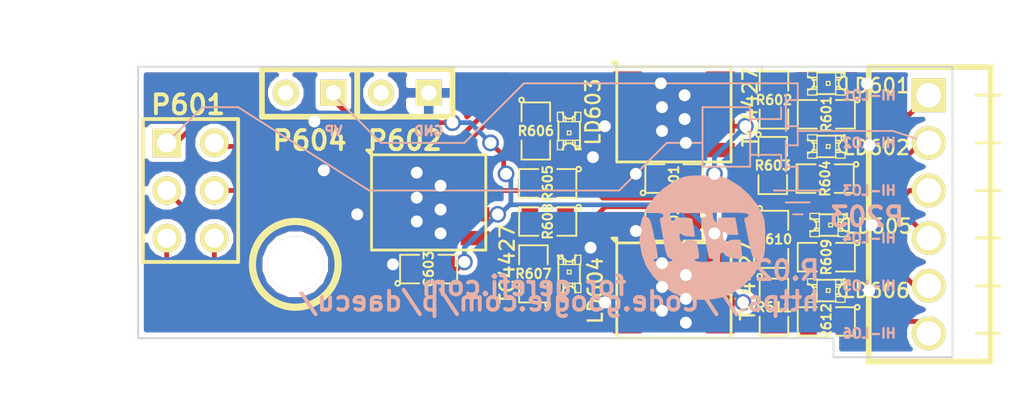
<source format=kicad_pcb>
(kicad_pcb (version 3) (host pcbnew "(2013-07-07 BZR 4022)-stable")

  (general
    (links 51)
    (no_connects 0)
    (area 28.778999 12.121499 224.812577 255.053501)
    (thickness 1.6)
    (drawings 77)
    (tracks 249)
    (zones 0)
    (modules 30)
    (nets 27)
  )

  (page B)
  (title_block 
    (title "High or low side drive board for gerefi.com")
    (rev .01)
    (company gerefi.com)
    (comment 2 Art_Electro)
    (comment 3 Art_Electro)
  )

  (layers
    (15 F.Cu signal hide)
    (0 B.Cu signal)
    (16 B.Adhes user)
    (17 F.Adhes user)
    (18 B.Paste user)
    (19 F.Paste user)
    (20 B.SilkS user)
    (21 F.SilkS user hide)
    (22 B.Mask user)
    (23 F.Mask user)
    (24 Dwgs.User user)
    (25 Cmts.User user)
    (26 Eco1.User user)
    (27 Eco2.User user hide)
    (28 Edge.Cuts user)
  )

  (setup
    (last_trace_width 0.254)
    (trace_clearance 0.2032)
    (zone_clearance 0.254)
    (zone_45_only no)
    (trace_min 0.254)
    (segment_width 0.1)
    (edge_width 0.1)
    (via_size 0.889)
    (via_drill 0.635)
    (via_min_size 0.889)
    (via_min_drill 0.508)
    (uvia_size 0.508)
    (uvia_drill 0.127)
    (uvias_allowed no)
    (uvia_min_size 0.508)
    (uvia_min_drill 0.127)
    (pcb_text_width 0.3)
    (pcb_text_size 1.5 1.5)
    (mod_edge_width 0.15)
    (mod_text_size 1 1)
    (mod_text_width 0.15)
    (pad_size 4.445 2.54)
    (pad_drill 0)
    (pad_to_mask_clearance 0)
    (aux_axis_origin 0 0)
    (visible_elements 7FFFFA2F)
    (pcbplotparams
      (layerselection 317751297)
      (usegerberextensions true)
      (excludeedgelayer true)
      (linewidth 0.150000)
      (plotframeref false)
      (viasonmask false)
      (mode 1)
      (useauxorigin false)
      (hpglpennumber 1)
      (hpglpenspeed 20)
      (hpglpendiameter 15)
      (hpglpenoverlay 2)
      (psnegative false)
      (psa4output false)
      (plotreference true)
      (plotvalue true)
      (plotothertext true)
      (plotinvisibletext false)
      (padsonsilk false)
      (subtractmaskfromsilk false)
      (outputformat 1)
      (mirror false)
      (drillshape 0)
      (scaleselection 1)
      (outputdirectory gerber))
  )

  (net 0 "")
  (net 1 /HL1)
  (net 2 /HL2)
  (net 3 /HL3)
  (net 4 /HL4)
  (net 5 /HL5)
  (net 6 /HL6)
  (net 7 /H_IN1)
  (net 8 /H_IN2)
  (net 9 /H_IN3)
  (net 10 /H_IN4)
  (net 11 /H_IN5)
  (net 12 /H_IN6)
  (net 13 /VP)
  (net 14 GND)
  (net 15 N-000001)
  (net 16 N-0000010)
  (net 17 N-0000012)
  (net 18 N-000002)
  (net 19 N-0000020)
  (net 20 N-0000021)
  (net 21 N-0000024)
  (net 22 N-0000025)
  (net 23 N-0000028)
  (net 24 N-0000029)
  (net 25 N-000007)
  (net 26 N-000008)

  (net_class Default "This is the default net class."
    (clearance 0.2032)
    (trace_width 0.254)
    (via_dia 0.889)
    (via_drill 0.635)
    (uvia_dia 0.508)
    (uvia_drill 0.127)
    (add_net "")
    (add_net /HL1)
    (add_net /HL2)
    (add_net /HL3)
    (add_net /HL4)
    (add_net /HL5)
    (add_net /HL6)
    (add_net /H_IN1)
    (add_net /H_IN2)
    (add_net /H_IN3)
    (add_net /H_IN4)
    (add_net /H_IN5)
    (add_net /H_IN6)
    (add_net /VP)
    (add_net GND)
    (add_net N-000001)
    (add_net N-0000010)
    (add_net N-0000012)
    (add_net N-000002)
    (add_net N-0000020)
    (add_net N-0000021)
    (add_net N-0000024)
    (add_net N-0000025)
    (add_net N-0000028)
    (add_net N-0000029)
    (add_net N-000007)
    (add_net N-000008)
  )

  (net_class .02 ""
    (clearance 0.2032)
    (trace_width 0.508)
    (via_dia 0.889)
    (via_drill 0.635)
    (uvia_dia 0.508)
    (uvia_drill 0.127)
  )

  (module SOIC8-DFN (layer F.Cu) (tedit 531CCAEF) (tstamp 52E641FF)
    (at 191.77 158.115 90)
    (path /531CB8D8)
    (attr smd)
    (fp_text reference U602 (at 0 -3.81 90) (layer F.SilkS) hide
      (effects (font (size 1.016 1.016) (thickness 0.2032)))
    )
    (fp_text value TC4427 (at -3.302 4.191 90) (layer F.SilkS)
      (effects (font (size 0.762 0.762) (thickness 0.127)))
    )
    (fp_line (start 2.794 -3.048) (end 2.54 -3.048) (layer F.SilkS) (width 0.15))
    (fp_line (start 2.54 -3.048) (end 2.794 -3.302) (layer F.SilkS) (width 0.15))
    (fp_line (start 2.794 -3.302) (end 2.794 -3.048) (layer F.SilkS) (width 0.15))
    (fp_line (start -2.54 -3.048) (end 2.54 -3.048) (layer F.SilkS) (width 0.15))
    (fp_line (start 2.54 -3.048) (end 2.54 3.048) (layer F.SilkS) (width 0.15))
    (fp_line (start 2.54 3.048) (end -2.54 3.048) (layer F.SilkS) (width 0.15))
    (fp_line (start -2.54 3.048) (end -2.54 -3.048) (layer F.SilkS) (width 0.15))
    (pad 9 smd rect (at 0 0 90) (size 4.445 2.54)
      (layers F.Cu F.Paste F.Mask)
      (net 14 GND)
    )
    (pad 5 smd rect (at -1.905 2.4765 90) (size 0.762 1.524)
      (layers F.Cu F.Paste F.Mask)
      (net 21 N-0000024)
    )
    (pad 6 smd rect (at -0.635 2.4765 90) (size 0.762 1.524)
      (layers F.Cu F.Paste F.Mask)
      (net 13 /VP)
    )
    (pad 7 smd rect (at 0.635 2.4765 90) (size 0.762 1.524)
      (layers F.Cu F.Paste F.Mask)
      (net 22 N-0000025)
    )
    (pad 8 smd rect (at 1.905 2.4765 90) (size 0.762 1.524)
      (layers F.Cu F.Paste F.Mask)
    )
    (pad 4 smd rect (at -1.905 -2.4765 90) (size 0.762 1.524)
      (layers F.Cu F.Paste F.Mask)
      (net 10 /H_IN4)
    )
    (pad 3 smd rect (at -0.635 -2.4765 90) (size 0.762 1.524)
      (layers F.Cu F.Paste F.Mask)
      (net 14 GND)
    )
    (pad 2 smd rect (at 0.635 -2.4765 90) (size 0.762 1.524)
      (layers F.Cu F.Paste F.Mask)
      (net 8 /H_IN2)
    )
    (pad 1 smd rect (at 1.905 -2.4765 90) (size 0.762 1.524)
      (layers F.Cu F.Paste F.Mask)
    )
    (model smd/cms_so8.wrl
      (at (xyz 0 0 0))
      (scale (xyz 0.5 0.35 0.5))
      (rotate (xyz 180 180 0))
    )
  )

  (module SOIC8-DFN (layer F.Cu) (tedit 531CCB00) (tstamp 52E641E6)
    (at 204.851 162.814 90)
    (path /531CB8E1)
    (attr smd)
    (fp_text reference U603 (at 0 -3.81 90) (layer F.SilkS) hide
      (effects (font (size 1.016 1.016) (thickness 0.2032)))
    )
    (fp_text value TC4427 (at 0.508 3.937 90) (layer F.SilkS)
      (effects (font (size 0.762 0.762) (thickness 0.127)))
    )
    (fp_line (start 2.794 -3.048) (end 2.54 -3.048) (layer F.SilkS) (width 0.15))
    (fp_line (start 2.54 -3.048) (end 2.794 -3.302) (layer F.SilkS) (width 0.15))
    (fp_line (start 2.794 -3.302) (end 2.794 -3.048) (layer F.SilkS) (width 0.15))
    (fp_line (start -2.54 -3.048) (end 2.54 -3.048) (layer F.SilkS) (width 0.15))
    (fp_line (start 2.54 -3.048) (end 2.54 3.048) (layer F.SilkS) (width 0.15))
    (fp_line (start 2.54 3.048) (end -2.54 3.048) (layer F.SilkS) (width 0.15))
    (fp_line (start -2.54 3.048) (end -2.54 -3.048) (layer F.SilkS) (width 0.15))
    (pad 9 smd rect (at 0 0 90) (size 4.445 2.54)
      (layers F.Cu F.Paste F.Mask)
      (net 14 GND)
    )
    (pad 5 smd rect (at -1.905 2.4765 90) (size 0.762 1.524)
      (layers F.Cu F.Paste F.Mask)
      (net 24 N-0000029)
    )
    (pad 6 smd rect (at -0.635 2.4765 90) (size 0.762 1.524)
      (layers F.Cu F.Paste F.Mask)
      (net 13 /VP)
    )
    (pad 7 smd rect (at 0.635 2.4765 90) (size 0.762 1.524)
      (layers F.Cu F.Paste F.Mask)
      (net 17 N-0000012)
    )
    (pad 8 smd rect (at 1.905 2.4765 90) (size 0.762 1.524)
      (layers F.Cu F.Paste F.Mask)
    )
    (pad 4 smd rect (at -1.905 -2.4765 90) (size 0.762 1.524)
      (layers F.Cu F.Paste F.Mask)
      (net 11 /H_IN5)
    )
    (pad 3 smd rect (at -0.635 -2.4765 90) (size 0.762 1.524)
      (layers F.Cu F.Paste F.Mask)
      (net 14 GND)
    )
    (pad 2 smd rect (at 0.635 -2.4765 90) (size 0.762 1.524)
      (layers F.Cu F.Paste F.Mask)
      (net 12 /H_IN6)
    )
    (pad 1 smd rect (at 1.905 -2.4765 90) (size 0.762 1.524)
      (layers F.Cu F.Paste F.Mask)
    )
    (model smd/cms_so8.wrl
      (at (xyz 0 0 0))
      (scale (xyz 0.5 0.35 0.5))
      (rotate (xyz 180 180 0))
    )
  )

  (module SOIC8-DFN (layer F.Cu) (tedit 531CCAF9) (tstamp 52E64218)
    (at 204.851 153.416 90)
    (path /531CB7D3)
    (attr smd)
    (fp_text reference U601 (at 0 -3.81 90) (layer F.SilkS) hide
      (effects (font (size 1.016 1.016) (thickness 0.2032)))
    )
    (fp_text value TC4427 (at 0.381 4.064 90) (layer F.SilkS)
      (effects (font (size 0.762 0.762) (thickness 0.127)))
    )
    (fp_line (start 2.794 -3.048) (end 2.54 -3.048) (layer F.SilkS) (width 0.15))
    (fp_line (start 2.54 -3.048) (end 2.794 -3.302) (layer F.SilkS) (width 0.15))
    (fp_line (start 2.794 -3.302) (end 2.794 -3.048) (layer F.SilkS) (width 0.15))
    (fp_line (start -2.54 -3.048) (end 2.54 -3.048) (layer F.SilkS) (width 0.15))
    (fp_line (start 2.54 -3.048) (end 2.54 3.048) (layer F.SilkS) (width 0.15))
    (fp_line (start 2.54 3.048) (end -2.54 3.048) (layer F.SilkS) (width 0.15))
    (fp_line (start -2.54 3.048) (end -2.54 -3.048) (layer F.SilkS) (width 0.15))
    (pad 9 smd rect (at 0 0 90) (size 4.445 2.54)
      (layers F.Cu F.Paste F.Mask)
      (net 14 GND)
    )
    (pad 5 smd rect (at -1.905 2.4765 90) (size 0.762 1.524)
      (layers F.Cu F.Paste F.Mask)
      (net 19 N-0000020)
    )
    (pad 6 smd rect (at -0.635 2.4765 90) (size 0.762 1.524)
      (layers F.Cu F.Paste F.Mask)
      (net 13 /VP)
    )
    (pad 7 smd rect (at 0.635 2.4765 90) (size 0.762 1.524)
      (layers F.Cu F.Paste F.Mask)
      (net 20 N-0000021)
    )
    (pad 8 smd rect (at 1.905 2.4765 90) (size 0.762 1.524)
      (layers F.Cu F.Paste F.Mask)
    )
    (pad 4 smd rect (at -1.905 -2.4765 90) (size 0.762 1.524)
      (layers F.Cu F.Paste F.Mask)
      (net 7 /H_IN1)
    )
    (pad 3 smd rect (at -0.635 -2.4765 90) (size 0.762 1.524)
      (layers F.Cu F.Paste F.Mask)
      (net 14 GND)
    )
    (pad 2 smd rect (at 0.635 -2.4765 90) (size 0.762 1.524)
      (layers F.Cu F.Paste F.Mask)
      (net 9 /H_IN3)
    )
    (pad 1 smd rect (at 1.905 -2.4765 90) (size 0.762 1.524)
      (layers F.Cu F.Paste F.Mask)
    )
    (model smd/cms_so8.wrl
      (at (xyz 0 0 0))
      (scale (xyz 0.5 0.35 0.5))
      (rotate (xyz 180 180 0))
    )
  )

  (module SM0805 (layer F.Cu) (tedit 52E66D4D) (tstamp 52E63DEA)
    (at 197.358 161.925 90)
    (path /52E63D51)
    (attr smd)
    (fp_text reference R607 (at 0 0 180) (layer F.SilkS)
      (effects (font (size 0.50038 0.50038) (thickness 0.10922)))
    )
    (fp_text value 2700 (at 0 0.381 90) (layer F.SilkS) hide
      (effects (font (size 0.50038 0.50038) (thickness 0.10922)))
    )
    (fp_circle (center -1.651 0.762) (end -1.651 0.635) (layer F.SilkS) (width 0.09906))
    (fp_line (start -0.508 0.762) (end -1.524 0.762) (layer F.SilkS) (width 0.09906))
    (fp_line (start -1.524 0.762) (end -1.524 -0.762) (layer F.SilkS) (width 0.09906))
    (fp_line (start -1.524 -0.762) (end -0.508 -0.762) (layer F.SilkS) (width 0.09906))
    (fp_line (start 0.508 -0.762) (end 1.524 -0.762) (layer F.SilkS) (width 0.09906))
    (fp_line (start 1.524 -0.762) (end 1.524 0.762) (layer F.SilkS) (width 0.09906))
    (fp_line (start 1.524 0.762) (end 0.508 0.762) (layer F.SilkS) (width 0.09906))
    (pad 1 smd rect (at -0.9525 0 90) (size 0.889 1.397)
      (layers F.Cu F.Paste F.Mask)
      (net 15 N-000001)
    )
    (pad 2 smd rect (at 0.9525 0 90) (size 0.889 1.397)
      (layers F.Cu F.Paste F.Mask)
      (net 21 N-0000024)
    )
    (model smd/chip_cms.wrl
      (at (xyz 0 0 0))
      (scale (xyz 0.1 0.1 0.1))
      (rotate (xyz 0 0 0))
    )
  )

  (module SM0805 (layer F.Cu) (tedit 52E66D47) (tstamp 52E63DF7)
    (at 198.12 159.131 180)
    (path /52E63D5A)
    (attr smd)
    (fp_text reference R608 (at 0 0 270) (layer F.SilkS)
      (effects (font (size 0.50038 0.50038) (thickness 0.10922)))
    )
    (fp_text value 100 (at 0 0.381 180) (layer F.SilkS) hide
      (effects (font (size 0.50038 0.50038) (thickness 0.10922)))
    )
    (fp_circle (center -1.651 0.762) (end -1.651 0.635) (layer F.SilkS) (width 0.09906))
    (fp_line (start -0.508 0.762) (end -1.524 0.762) (layer F.SilkS) (width 0.09906))
    (fp_line (start -1.524 0.762) (end -1.524 -0.762) (layer F.SilkS) (width 0.09906))
    (fp_line (start -1.524 -0.762) (end -0.508 -0.762) (layer F.SilkS) (width 0.09906))
    (fp_line (start 0.508 -0.762) (end 1.524 -0.762) (layer F.SilkS) (width 0.09906))
    (fp_line (start 1.524 -0.762) (end 1.524 0.762) (layer F.SilkS) (width 0.09906))
    (fp_line (start 1.524 0.762) (end 0.508 0.762) (layer F.SilkS) (width 0.09906))
    (pad 1 smd rect (at -0.9525 0 180) (size 0.889 1.397)
      (layers F.Cu F.Paste F.Mask)
      (net 4 /HL4)
    )
    (pad 2 smd rect (at 0.9525 0 180) (size 0.889 1.397)
      (layers F.Cu F.Paste F.Mask)
      (net 21 N-0000024)
    )
    (model smd/chip_cms.wrl
      (at (xyz 0 0 0))
      (scale (xyz 0.1 0.1 0.1))
      (rotate (xyz 0 0 0))
    )
  )

  (module SM0805 (layer F.Cu) (tedit 52E66D2A) (tstamp 52E63E04)
    (at 210.185 160.0835 270)
    (path /52E63CB5)
    (attr smd)
    (fp_text reference R610 (at 0 0 360) (layer F.SilkS)
      (effects (font (size 0.50038 0.50038) (thickness 0.10922)))
    )
    (fp_text value 2700 (at 0 0.381 270) (layer F.SilkS) hide
      (effects (font (size 0.50038 0.50038) (thickness 0.10922)))
    )
    (fp_circle (center -1.651 0.762) (end -1.651 0.635) (layer F.SilkS) (width 0.09906))
    (fp_line (start -0.508 0.762) (end -1.524 0.762) (layer F.SilkS) (width 0.09906))
    (fp_line (start -1.524 0.762) (end -1.524 -0.762) (layer F.SilkS) (width 0.09906))
    (fp_line (start -1.524 -0.762) (end -0.508 -0.762) (layer F.SilkS) (width 0.09906))
    (fp_line (start 0.508 -0.762) (end 1.524 -0.762) (layer F.SilkS) (width 0.09906))
    (fp_line (start 1.524 -0.762) (end 1.524 0.762) (layer F.SilkS) (width 0.09906))
    (fp_line (start 1.524 0.762) (end 0.508 0.762) (layer F.SilkS) (width 0.09906))
    (pad 1 smd rect (at -0.9525 0 270) (size 0.889 1.397)
      (layers F.Cu F.Paste F.Mask)
      (net 25 N-000007)
    )
    (pad 2 smd rect (at 0.9525 0 270) (size 0.889 1.397)
      (layers F.Cu F.Paste F.Mask)
      (net 17 N-0000012)
    )
    (model smd/chip_cms.wrl
      (at (xyz 0 0 0))
      (scale (xyz 0.1 0.1 0.1))
      (rotate (xyz 0 0 0))
    )
  )

  (module SM0805 (layer F.Cu) (tedit 52E66D29) (tstamp 52E63E11)
    (at 210.1215 156.1465 270)
    (path /52E63D63)
    (attr smd)
    (fp_text reference R603 (at 0 0 360) (layer F.SilkS)
      (effects (font (size 0.50038 0.50038) (thickness 0.10922)))
    )
    (fp_text value 2700 (at 0 0.381 270) (layer F.SilkS) hide
      (effects (font (size 0.50038 0.50038) (thickness 0.10922)))
    )
    (fp_circle (center -1.651 0.762) (end -1.651 0.635) (layer F.SilkS) (width 0.09906))
    (fp_line (start -0.508 0.762) (end -1.524 0.762) (layer F.SilkS) (width 0.09906))
    (fp_line (start -1.524 0.762) (end -1.524 -0.762) (layer F.SilkS) (width 0.09906))
    (fp_line (start -1.524 -0.762) (end -0.508 -0.762) (layer F.SilkS) (width 0.09906))
    (fp_line (start 0.508 -0.762) (end 1.524 -0.762) (layer F.SilkS) (width 0.09906))
    (fp_line (start 1.524 -0.762) (end 1.524 0.762) (layer F.SilkS) (width 0.09906))
    (fp_line (start 1.524 0.762) (end 0.508 0.762) (layer F.SilkS) (width 0.09906))
    (pad 1 smd rect (at -0.9525 0 270) (size 0.889 1.397)
      (layers F.Cu F.Paste F.Mask)
      (net 18 N-000002)
    )
    (pad 2 smd rect (at 0.9525 0 270) (size 0.889 1.397)
      (layers F.Cu F.Paste F.Mask)
      (net 19 N-0000020)
    )
    (model smd/chip_cms.wrl
      (at (xyz 0 0 0))
      (scale (xyz 0.1 0.1 0.1))
      (rotate (xyz 0 0 0))
    )
  )

  (module SM0805 (layer F.Cu) (tedit 52E66D3F) (tstamp 52E63E1E)
    (at 212.9155 156.845 180)
    (path /52E63D6C)
    (attr smd)
    (fp_text reference R604 (at 0 0 270) (layer F.SilkS)
      (effects (font (size 0.50038 0.50038) (thickness 0.10922)))
    )
    (fp_text value 100 (at 0 0.381 180) (layer F.SilkS) hide
      (effects (font (size 0.50038 0.50038) (thickness 0.10922)))
    )
    (fp_circle (center -1.651 0.762) (end -1.651 0.635) (layer F.SilkS) (width 0.09906))
    (fp_line (start -0.508 0.762) (end -1.524 0.762) (layer F.SilkS) (width 0.09906))
    (fp_line (start -1.524 0.762) (end -1.524 -0.762) (layer F.SilkS) (width 0.09906))
    (fp_line (start -1.524 -0.762) (end -0.508 -0.762) (layer F.SilkS) (width 0.09906))
    (fp_line (start 0.508 -0.762) (end 1.524 -0.762) (layer F.SilkS) (width 0.09906))
    (fp_line (start 1.524 -0.762) (end 1.524 0.762) (layer F.SilkS) (width 0.09906))
    (fp_line (start 1.524 0.762) (end 0.508 0.762) (layer F.SilkS) (width 0.09906))
    (pad 1 smd rect (at -0.9525 0 180) (size 0.889 1.397)
      (layers F.Cu F.Paste F.Mask)
      (net 2 /HL2)
    )
    (pad 2 smd rect (at 0.9525 0 180) (size 0.889 1.397)
      (layers F.Cu F.Paste F.Mask)
      (net 19 N-0000020)
    )
    (model smd/chip_cms.wrl
      (at (xyz 0 0 0))
      (scale (xyz 0.1 0.1 0.1))
      (rotate (xyz 0 0 0))
    )
  )

  (module SM0805 (layer F.Cu) (tedit 531CBA9F) (tstamp 52E63E2B)
    (at 204.851 159.385)
    (path /52E63D75)
    (attr smd)
    (fp_text reference C602 (at 0 -0.127 90) (layer F.SilkS)
      (effects (font (size 0.50038 0.50038) (thickness 0.10922)))
    )
    (fp_text value 0.1uF (at 0 0.381) (layer F.SilkS) hide
      (effects (font (size 0.50038 0.50038) (thickness 0.10922)))
    )
    (fp_circle (center -1.651 0.762) (end -1.651 0.635) (layer F.SilkS) (width 0.09906))
    (fp_line (start -0.508 0.762) (end -1.524 0.762) (layer F.SilkS) (width 0.09906))
    (fp_line (start -1.524 0.762) (end -1.524 -0.762) (layer F.SilkS) (width 0.09906))
    (fp_line (start -1.524 -0.762) (end -0.508 -0.762) (layer F.SilkS) (width 0.09906))
    (fp_line (start 0.508 -0.762) (end 1.524 -0.762) (layer F.SilkS) (width 0.09906))
    (fp_line (start 1.524 -0.762) (end 1.524 0.762) (layer F.SilkS) (width 0.09906))
    (fp_line (start 1.524 0.762) (end 0.508 0.762) (layer F.SilkS) (width 0.09906))
    (pad 1 smd rect (at -0.9525 0) (size 0.889 1.397)
      (layers F.Cu F.Paste F.Mask)
      (net 14 GND)
    )
    (pad 2 smd rect (at 0.9525 0) (size 0.889 1.397)
      (layers F.Cu F.Paste F.Mask)
      (net 13 /VP)
    )
    (model smd/chip_cms.wrl
      (at (xyz 0 0 0))
      (scale (xyz 0.1 0.1 0.1))
      (rotate (xyz 0 0 0))
    )
  )

  (module SM0805 (layer F.Cu) (tedit 52E66D3D) (tstamp 52E63E38)
    (at 212.979 153.416 180)
    (path /52E63D23)
    (attr smd)
    (fp_text reference R601 (at 0 0 270) (layer F.SilkS)
      (effects (font (size 0.50038 0.50038) (thickness 0.10922)))
    )
    (fp_text value 100 (at 0 0.381 180) (layer F.SilkS) hide
      (effects (font (size 0.50038 0.50038) (thickness 0.10922)))
    )
    (fp_circle (center -1.651 0.762) (end -1.651 0.635) (layer F.SilkS) (width 0.09906))
    (fp_line (start -0.508 0.762) (end -1.524 0.762) (layer F.SilkS) (width 0.09906))
    (fp_line (start -1.524 0.762) (end -1.524 -0.762) (layer F.SilkS) (width 0.09906))
    (fp_line (start -1.524 -0.762) (end -0.508 -0.762) (layer F.SilkS) (width 0.09906))
    (fp_line (start 0.508 -0.762) (end 1.524 -0.762) (layer F.SilkS) (width 0.09906))
    (fp_line (start 1.524 -0.762) (end 1.524 0.762) (layer F.SilkS) (width 0.09906))
    (fp_line (start 1.524 0.762) (end 0.508 0.762) (layer F.SilkS) (width 0.09906))
    (pad 1 smd rect (at -0.9525 0 180) (size 0.889 1.397)
      (layers F.Cu F.Paste F.Mask)
      (net 1 /HL1)
    )
    (pad 2 smd rect (at 0.9525 0 180) (size 0.889 1.397)
      (layers F.Cu F.Paste F.Mask)
      (net 20 N-0000021)
    )
    (model smd/chip_cms.wrl
      (at (xyz 0 0 0))
      (scale (xyz 0.1 0.1 0.1))
      (rotate (xyz 0 0 0))
    )
  )

  (module SM0805 (layer F.Cu) (tedit 52E66D30) (tstamp 52E63E45)
    (at 210.185 152.654 270)
    (path /52E63D1A)
    (attr smd)
    (fp_text reference R602 (at 0 0 360) (layer F.SilkS)
      (effects (font (size 0.50038 0.50038) (thickness 0.10922)))
    )
    (fp_text value 2700 (at 0 0.381 270) (layer F.SilkS) hide
      (effects (font (size 0.50038 0.50038) (thickness 0.10922)))
    )
    (fp_circle (center -1.651 0.762) (end -1.651 0.635) (layer F.SilkS) (width 0.09906))
    (fp_line (start -0.508 0.762) (end -1.524 0.762) (layer F.SilkS) (width 0.09906))
    (fp_line (start -1.524 0.762) (end -1.524 -0.762) (layer F.SilkS) (width 0.09906))
    (fp_line (start -1.524 -0.762) (end -0.508 -0.762) (layer F.SilkS) (width 0.09906))
    (fp_line (start 0.508 -0.762) (end 1.524 -0.762) (layer F.SilkS) (width 0.09906))
    (fp_line (start 1.524 -0.762) (end 1.524 0.762) (layer F.SilkS) (width 0.09906))
    (fp_line (start 1.524 0.762) (end 0.508 0.762) (layer F.SilkS) (width 0.09906))
    (pad 1 smd rect (at -0.9525 0 270) (size 0.889 1.397)
      (layers F.Cu F.Paste F.Mask)
      (net 16 N-0000010)
    )
    (pad 2 smd rect (at 0.9525 0 270) (size 0.889 1.397)
      (layers F.Cu F.Paste F.Mask)
      (net 20 N-0000021)
    )
    (model smd/chip_cms.wrl
      (at (xyz 0 0 0))
      (scale (xyz 0.1 0.1 0.1))
      (rotate (xyz 0 0 0))
    )
  )

  (module SM0805 (layer F.Cu) (tedit 52E66D49) (tstamp 52E63E52)
    (at 198.12 157.099 180)
    (path /52E63D11)
    (attr smd)
    (fp_text reference R605 (at 0 0 270) (layer F.SilkS)
      (effects (font (size 0.50038 0.50038) (thickness 0.10922)))
    )
    (fp_text value 100 (at 0 0.381 180) (layer F.SilkS) hide
      (effects (font (size 0.50038 0.50038) (thickness 0.10922)))
    )
    (fp_circle (center -1.651 0.762) (end -1.651 0.635) (layer F.SilkS) (width 0.09906))
    (fp_line (start -0.508 0.762) (end -1.524 0.762) (layer F.SilkS) (width 0.09906))
    (fp_line (start -1.524 0.762) (end -1.524 -0.762) (layer F.SilkS) (width 0.09906))
    (fp_line (start -1.524 -0.762) (end -0.508 -0.762) (layer F.SilkS) (width 0.09906))
    (fp_line (start 0.508 -0.762) (end 1.524 -0.762) (layer F.SilkS) (width 0.09906))
    (fp_line (start 1.524 -0.762) (end 1.524 0.762) (layer F.SilkS) (width 0.09906))
    (fp_line (start 1.524 0.762) (end 0.508 0.762) (layer F.SilkS) (width 0.09906))
    (pad 1 smd rect (at -0.9525 0 180) (size 0.889 1.397)
      (layers F.Cu F.Paste F.Mask)
      (net 3 /HL3)
    )
    (pad 2 smd rect (at 0.9525 0 180) (size 0.889 1.397)
      (layers F.Cu F.Paste F.Mask)
      (net 22 N-0000025)
    )
    (model smd/chip_cms.wrl
      (at (xyz 0 0 0))
      (scale (xyz 0.1 0.1 0.1))
      (rotate (xyz 0 0 0))
    )
  )

  (module SM0805 (layer F.Cu) (tedit 52E66D4B) (tstamp 52E63E5F)
    (at 197.485 154.305 270)
    (path /52E63D08)
    (attr smd)
    (fp_text reference R606 (at 0 0 360) (layer F.SilkS)
      (effects (font (size 0.50038 0.50038) (thickness 0.10922)))
    )
    (fp_text value 2700 (at 0 0.381 270) (layer F.SilkS) hide
      (effects (font (size 0.50038 0.50038) (thickness 0.10922)))
    )
    (fp_circle (center -1.651 0.762) (end -1.651 0.635) (layer F.SilkS) (width 0.09906))
    (fp_line (start -0.508 0.762) (end -1.524 0.762) (layer F.SilkS) (width 0.09906))
    (fp_line (start -1.524 0.762) (end -1.524 -0.762) (layer F.SilkS) (width 0.09906))
    (fp_line (start -1.524 -0.762) (end -0.508 -0.762) (layer F.SilkS) (width 0.09906))
    (fp_line (start 0.508 -0.762) (end 1.524 -0.762) (layer F.SilkS) (width 0.09906))
    (fp_line (start 1.524 -0.762) (end 1.524 0.762) (layer F.SilkS) (width 0.09906))
    (fp_line (start 1.524 0.762) (end 0.508 0.762) (layer F.SilkS) (width 0.09906))
    (pad 1 smd rect (at -0.9525 0 270) (size 0.889 1.397)
      (layers F.Cu F.Paste F.Mask)
      (net 26 N-000008)
    )
    (pad 2 smd rect (at 0.9525 0 270) (size 0.889 1.397)
      (layers F.Cu F.Paste F.Mask)
      (net 22 N-0000025)
    )
    (model smd/chip_cms.wrl
      (at (xyz 0 0 0))
      (scale (xyz 0.1 0.1 0.1))
      (rotate (xyz 0 0 0))
    )
  )

  (module SM0805 (layer F.Cu) (tedit 531CBAAA) (tstamp 52E63E6C)
    (at 204.851 156.845)
    (path /52E63D7E)
    (attr smd)
    (fp_text reference C601 (at 0 0.254 90) (layer F.SilkS)
      (effects (font (size 0.50038 0.50038) (thickness 0.10922)))
    )
    (fp_text value 0.1uF (at 0 0.381) (layer F.SilkS) hide
      (effects (font (size 0.50038 0.50038) (thickness 0.10922)))
    )
    (fp_circle (center -1.651 0.762) (end -1.651 0.635) (layer F.SilkS) (width 0.09906))
    (fp_line (start -0.508 0.762) (end -1.524 0.762) (layer F.SilkS) (width 0.09906))
    (fp_line (start -1.524 0.762) (end -1.524 -0.762) (layer F.SilkS) (width 0.09906))
    (fp_line (start -1.524 -0.762) (end -0.508 -0.762) (layer F.SilkS) (width 0.09906))
    (fp_line (start 0.508 -0.762) (end 1.524 -0.762) (layer F.SilkS) (width 0.09906))
    (fp_line (start 1.524 -0.762) (end 1.524 0.762) (layer F.SilkS) (width 0.09906))
    (fp_line (start 1.524 0.762) (end 0.508 0.762) (layer F.SilkS) (width 0.09906))
    (pad 1 smd rect (at -0.9525 0) (size 0.889 1.397)
      (layers F.Cu F.Paste F.Mask)
      (net 14 GND)
    )
    (pad 2 smd rect (at 0.9525 0) (size 0.889 1.397)
      (layers F.Cu F.Paste F.Mask)
      (net 13 /VP)
    )
    (model smd/chip_cms.wrl
      (at (xyz 0 0 0))
      (scale (xyz 0.1 0.1 0.1))
      (rotate (xyz 0 0 0))
    )
  )

  (module SM0805 (layer F.Cu) (tedit 52E66D41) (tstamp 52E63E79)
    (at 212.979 161.036 180)
    (path /52E63CBE)
    (attr smd)
    (fp_text reference R609 (at 0 0 270) (layer F.SilkS)
      (effects (font (size 0.50038 0.50038) (thickness 0.10922)))
    )
    (fp_text value 100 (at 0 0.381 180) (layer F.SilkS) hide
      (effects (font (size 0.50038 0.50038) (thickness 0.10922)))
    )
    (fp_circle (center -1.651 0.762) (end -1.651 0.635) (layer F.SilkS) (width 0.09906))
    (fp_line (start -0.508 0.762) (end -1.524 0.762) (layer F.SilkS) (width 0.09906))
    (fp_line (start -1.524 0.762) (end -1.524 -0.762) (layer F.SilkS) (width 0.09906))
    (fp_line (start -1.524 -0.762) (end -0.508 -0.762) (layer F.SilkS) (width 0.09906))
    (fp_line (start 0.508 -0.762) (end 1.524 -0.762) (layer F.SilkS) (width 0.09906))
    (fp_line (start 1.524 -0.762) (end 1.524 0.762) (layer F.SilkS) (width 0.09906))
    (fp_line (start 1.524 0.762) (end 0.508 0.762) (layer F.SilkS) (width 0.09906))
    (pad 1 smd rect (at -0.9525 0 180) (size 0.889 1.397)
      (layers F.Cu F.Paste F.Mask)
      (net 5 /HL5)
    )
    (pad 2 smd rect (at 0.9525 0 180) (size 0.889 1.397)
      (layers F.Cu F.Paste F.Mask)
      (net 17 N-0000012)
    )
    (model smd/chip_cms.wrl
      (at (xyz 0 0 0))
      (scale (xyz 0.1 0.1 0.1))
      (rotate (xyz 0 0 0))
    )
  )

  (module SM0805 (layer F.Cu) (tedit 52E66E45) (tstamp 52E63E86)
    (at 191.77 161.671)
    (path /524F7FBD)
    (attr smd)
    (fp_text reference C603 (at 0 0 90) (layer F.SilkS)
      (effects (font (size 0.50038 0.50038) (thickness 0.10922)))
    )
    (fp_text value 0.1uF (at 0 0.381) (layer F.SilkS) hide
      (effects (font (size 0.50038 0.50038) (thickness 0.10922)))
    )
    (fp_circle (center -1.651 0.762) (end -1.651 0.635) (layer F.SilkS) (width 0.09906))
    (fp_line (start -0.508 0.762) (end -1.524 0.762) (layer F.SilkS) (width 0.09906))
    (fp_line (start -1.524 0.762) (end -1.524 -0.762) (layer F.SilkS) (width 0.09906))
    (fp_line (start -1.524 -0.762) (end -0.508 -0.762) (layer F.SilkS) (width 0.09906))
    (fp_line (start 0.508 -0.762) (end 1.524 -0.762) (layer F.SilkS) (width 0.09906))
    (fp_line (start 1.524 -0.762) (end 1.524 0.762) (layer F.SilkS) (width 0.09906))
    (fp_line (start 1.524 0.762) (end 0.508 0.762) (layer F.SilkS) (width 0.09906))
    (pad 1 smd rect (at -0.9525 0) (size 0.889 1.397)
      (layers F.Cu F.Paste F.Mask)
      (net 14 GND)
    )
    (pad 2 smd rect (at 0.9525 0) (size 0.889 1.397)
      (layers F.Cu F.Paste F.Mask)
      (net 13 /VP)
    )
    (model smd/chip_cms.wrl
      (at (xyz 0 0 0))
      (scale (xyz 0.1 0.1 0.1))
      (rotate (xyz 0 0 0))
    )
  )

  (module SM0805 (layer F.Cu) (tedit 52E66D43) (tstamp 52E63E93)
    (at 212.979 164.465 180)
    (path /52E5BFE6)
    (attr smd)
    (fp_text reference R612 (at 0 0 270) (layer F.SilkS)
      (effects (font (size 0.50038 0.50038) (thickness 0.10922)))
    )
    (fp_text value 100 (at 0 0.381 180) (layer F.SilkS) hide
      (effects (font (size 0.50038 0.50038) (thickness 0.10922)))
    )
    (fp_circle (center -1.651 0.762) (end -1.651 0.635) (layer F.SilkS) (width 0.09906))
    (fp_line (start -0.508 0.762) (end -1.524 0.762) (layer F.SilkS) (width 0.09906))
    (fp_line (start -1.524 0.762) (end -1.524 -0.762) (layer F.SilkS) (width 0.09906))
    (fp_line (start -1.524 -0.762) (end -0.508 -0.762) (layer F.SilkS) (width 0.09906))
    (fp_line (start 0.508 -0.762) (end 1.524 -0.762) (layer F.SilkS) (width 0.09906))
    (fp_line (start 1.524 -0.762) (end 1.524 0.762) (layer F.SilkS) (width 0.09906))
    (fp_line (start 1.524 0.762) (end 0.508 0.762) (layer F.SilkS) (width 0.09906))
    (pad 1 smd rect (at -0.9525 0 180) (size 0.889 1.397)
      (layers F.Cu F.Paste F.Mask)
      (net 6 /HL6)
    )
    (pad 2 smd rect (at 0.9525 0 180) (size 0.889 1.397)
      (layers F.Cu F.Paste F.Mask)
      (net 24 N-0000029)
    )
    (model smd/chip_cms.wrl
      (at (xyz 0 0 0))
      (scale (xyz 0.1 0.1 0.1))
      (rotate (xyz 0 0 0))
    )
  )

  (module SM0805 (layer F.Cu) (tedit 52E66E41) (tstamp 52E63EA0)
    (at 210.185 163.703 270)
    (path /52E5BF4C)
    (attr smd)
    (fp_text reference R611 (at 0 0 360) (layer F.SilkS)
      (effects (font (size 0.50038 0.50038) (thickness 0.10922)))
    )
    (fp_text value 2700 (at 0 0.381 270) (layer F.SilkS) hide
      (effects (font (size 0.50038 0.50038) (thickness 0.10922)))
    )
    (fp_circle (center -1.651 0.762) (end -1.651 0.635) (layer F.SilkS) (width 0.09906))
    (fp_line (start -0.508 0.762) (end -1.524 0.762) (layer F.SilkS) (width 0.09906))
    (fp_line (start -1.524 0.762) (end -1.524 -0.762) (layer F.SilkS) (width 0.09906))
    (fp_line (start -1.524 -0.762) (end -0.508 -0.762) (layer F.SilkS) (width 0.09906))
    (fp_line (start 0.508 -0.762) (end 1.524 -0.762) (layer F.SilkS) (width 0.09906))
    (fp_line (start 1.524 -0.762) (end 1.524 0.762) (layer F.SilkS) (width 0.09906))
    (fp_line (start 1.524 0.762) (end 0.508 0.762) (layer F.SilkS) (width 0.09906))
    (pad 1 smd rect (at -0.9525 0 270) (size 0.889 1.397)
      (layers F.Cu F.Paste F.Mask)
      (net 23 N-0000028)
    )
    (pad 2 smd rect (at 0.9525 0 270) (size 0.889 1.397)
      (layers F.Cu F.Paste F.Mask)
      (net 24 N-0000029)
    )
    (model smd/chip_cms.wrl
      (at (xyz 0 0 0))
      (scale (xyz 0.1 0.1 0.1))
      (rotate (xyz 0 0 0))
    )
  )

  (module pin_array_3x2 (layer F.Cu) (tedit 531C8840) (tstamp 52E6404E)
    (at 179.07 157.48 270)
    (descr "Double rangee de contacts 2 x 4 pins")
    (tags CONN)
    (path /52E6349C)
    (fp_text reference P601 (at -4.572 0.127 360) (layer F.SilkS)
      (effects (font (size 1.016 1.016) (thickness 0.2032)))
    )
    (fp_text value CONN_3X2 (at 0 3.81 270) (layer F.SilkS) hide
      (effects (font (size 1.016 1.016) (thickness 0.2032)))
    )
    (fp_line (start 3.81 2.54) (end -3.81 2.54) (layer F.SilkS) (width 0.2032))
    (fp_line (start -3.81 -2.54) (end 3.81 -2.54) (layer F.SilkS) (width 0.2032))
    (fp_line (start 3.81 -2.54) (end 3.81 2.54) (layer F.SilkS) (width 0.2032))
    (fp_line (start -3.81 2.54) (end -3.81 -2.54) (layer F.SilkS) (width 0.2032))
    (pad 1 thru_hole rect (at -2.54 1.27 270) (size 1.524 1.524) (drill 1.016)
      (layers *.Cu *.Mask F.SilkS)
      (net 9 /H_IN3)
    )
    (pad 2 thru_hole circle (at -2.54 -1.27 270) (size 1.524 1.524) (drill 1.016)
      (layers *.Cu *.Mask F.SilkS)
      (net 7 /H_IN1)
    )
    (pad 3 thru_hole circle (at 0 1.27 270) (size 1.524 1.524) (drill 1.016)
      (layers *.Cu *.Mask F.SilkS)
      (net 10 /H_IN4)
    )
    (pad 4 thru_hole circle (at 0 -1.27 270) (size 1.524 1.524) (drill 1.016)
      (layers *.Cu *.Mask F.SilkS)
      (net 8 /H_IN2)
    )
    (pad 5 thru_hole circle (at 2.54 1.27 270) (size 1.524 1.524) (drill 1.016)
      (layers *.Cu *.Mask F.SilkS)
      (net 11 /H_IN5)
    )
    (pad 6 thru_hole circle (at 2.54 -1.27 270) (size 1.524 1.524) (drill 1.016)
      (layers *.Cu *.Mask F.SilkS)
      (net 12 /H_IN6)
    )
    (model pin_array/pins_array_3x2.wrl
      (at (xyz 0 0 0))
      (scale (xyz 1 1 1))
      (rotate (xyz 0 0 0))
    )
  )

  (module OSTVN06A150 (layer F.Cu) (tedit 531C8A1D) (tstamp 52E67C39)
    (at 218.44 158.75 270)
    (path /52967E40)
    (fp_text reference P603 (at 0.254 -3.81 360) (layer F.SilkS) hide
      (effects (font (size 1.016 1.016) (thickness 0.2032)))
    )
    (fp_text value CONN_6 (at 0 5.08 270) (layer F.SilkS) hide
      (effects (font (size 1.524 1.016) (thickness 0.254)))
    )
    (fp_line (start 6.35 -2.54) (end 6.35 -3.81) (layer F.SilkS) (width 0.15))
    (fp_line (start 3.81 -2.54) (end 3.81 -3.81) (layer F.SilkS) (width 0.15))
    (fp_line (start 1.27 -2.54) (end 1.27 -3.81) (layer F.SilkS) (width 0.15))
    (fp_line (start -1.27 -2.54) (end -1.27 -3.81) (layer F.SilkS) (width 0.15))
    (fp_line (start -3.81 -2.54) (end -3.81 -3.81) (layer F.SilkS) (width 0.15))
    (fp_line (start -6.35 -2.54) (end -6.35 -3.81) (layer F.SilkS) (width 0.15))
    (fp_line (start -7.85 3.2) (end -7.85 -3.2) (layer F.SilkS) (width 0.3048))
    (fp_line (start -7.85 -3.3) (end 7.85 -3.3) (layer F.SilkS) (width 0.3048))
    (fp_line (start 7.85 -3.2) (end 7.85 3.2) (layer F.SilkS) (width 0.3048))
    (fp_line (start 7.85 3.2) (end -7.85 3.2) (layer F.SilkS) (width 0.3048))
    (pad 1 thru_hole rect (at -6.35 0 270) (size 1.8 1.8) (drill 1.3)
      (layers *.Cu *.Mask F.SilkS)
      (net 1 /HL1)
    )
    (pad 2 thru_hole circle (at -3.81 0 270) (size 1.8 1.8) (drill 1.3)
      (layers *.Cu *.Mask F.SilkS)
      (net 2 /HL2)
    )
    (pad 3 thru_hole circle (at -1.27 0 270) (size 1.8 1.8) (drill 1.3)
      (layers *.Cu *.Mask F.SilkS)
      (net 3 /HL3)
    )
    (pad 4 thru_hole circle (at 1.27 0 270) (size 1.8 1.8) (drill 1.3)
      (layers *.Cu *.Mask F.SilkS)
      (net 4 /HL4)
    )
    (pad 5 thru_hole circle (at 3.81 0 270) (size 1.8 1.8) (drill 1.3)
      (layers *.Cu *.Mask F.SilkS)
      (net 5 /HL5)
    )
    (pad 6 thru_hole circle (at 6.35 0 270) (size 1.8 1.8) (drill 1.3)
      (layers *.Cu *.Mask F.SilkS)
      (net 6 /HL6)
    )
    (model device/bornier_3.wrl
      (at (xyz 0 0 0))
      (scale (xyz 1 1 1))
      (rotate (xyz 0 0 0))
    )
  )

  (module 1pin (layer F.Cu) (tedit 52E7E2A1) (tstamp 52E6C0CD)
    (at 184.658 161.417)
    (descr "module 1 pin (ou trou mecanique de percage)")
    (tags DEV)
    (path /52E6C25B)
    (fp_text reference M601 (at -3.937 -0.381 90) (layer F.SilkS) hide
      (effects (font (size 1.016 1.016) (thickness 0.254)))
    )
    (fp_text value CONN_1 (at 0 2.794) (layer F.SilkS) hide
      (effects (font (size 1.016 1.016) (thickness 0.254)))
    )
    (fp_circle (center 0 0) (end 0 -2.286) (layer F.SilkS) (width 0.381))
    (pad "" thru_hole circle (at 0 0) (size 3 3) (drill 3)
      (layers *.Cu *.Mask F.SilkS)
    )
  )

  (module LED-0805 (layer F.Cu) (tedit 531CCAD3) (tstamp 52E63DA1)
    (at 199.263 161.925 90)
    (descr "LED 0805 smd package")
    (tags "LED 0805 SMD")
    (path /52E63D3F)
    (attr smd)
    (fp_text reference LD604 (at -0.889 1.397 90) (layer F.SilkS)
      (effects (font (size 0.762 0.762) (thickness 0.127)))
    )
    (fp_text value LED (at 0 1.27 90) (layer F.SilkS) hide
      (effects (font (size 0.762 0.762) (thickness 0.127)))
    )
    (fp_line (start 0.49784 0.29972) (end 0.49784 0.62484) (layer F.SilkS) (width 0.06604))
    (fp_line (start 0.49784 0.62484) (end 0.99822 0.62484) (layer F.SilkS) (width 0.06604))
    (fp_line (start 0.99822 0.29972) (end 0.99822 0.62484) (layer F.SilkS) (width 0.06604))
    (fp_line (start 0.49784 0.29972) (end 0.99822 0.29972) (layer F.SilkS) (width 0.06604))
    (fp_line (start 0.49784 -0.32258) (end 0.49784 -0.17272) (layer F.SilkS) (width 0.06604))
    (fp_line (start 0.49784 -0.17272) (end 0.7493 -0.17272) (layer F.SilkS) (width 0.06604))
    (fp_line (start 0.7493 -0.32258) (end 0.7493 -0.17272) (layer F.SilkS) (width 0.06604))
    (fp_line (start 0.49784 -0.32258) (end 0.7493 -0.32258) (layer F.SilkS) (width 0.06604))
    (fp_line (start 0.49784 0.17272) (end 0.49784 0.32258) (layer F.SilkS) (width 0.06604))
    (fp_line (start 0.49784 0.32258) (end 0.7493 0.32258) (layer F.SilkS) (width 0.06604))
    (fp_line (start 0.7493 0.17272) (end 0.7493 0.32258) (layer F.SilkS) (width 0.06604))
    (fp_line (start 0.49784 0.17272) (end 0.7493 0.17272) (layer F.SilkS) (width 0.06604))
    (fp_line (start 0.49784 -0.19812) (end 0.49784 0.19812) (layer F.SilkS) (width 0.06604))
    (fp_line (start 0.49784 0.19812) (end 0.6731 0.19812) (layer F.SilkS) (width 0.06604))
    (fp_line (start 0.6731 -0.19812) (end 0.6731 0.19812) (layer F.SilkS) (width 0.06604))
    (fp_line (start 0.49784 -0.19812) (end 0.6731 -0.19812) (layer F.SilkS) (width 0.06604))
    (fp_line (start -0.99822 0.29972) (end -0.99822 0.62484) (layer F.SilkS) (width 0.06604))
    (fp_line (start -0.99822 0.62484) (end -0.49784 0.62484) (layer F.SilkS) (width 0.06604))
    (fp_line (start -0.49784 0.29972) (end -0.49784 0.62484) (layer F.SilkS) (width 0.06604))
    (fp_line (start -0.99822 0.29972) (end -0.49784 0.29972) (layer F.SilkS) (width 0.06604))
    (fp_line (start -0.99822 -0.62484) (end -0.99822 -0.29972) (layer F.SilkS) (width 0.06604))
    (fp_line (start -0.99822 -0.29972) (end -0.49784 -0.29972) (layer F.SilkS) (width 0.06604))
    (fp_line (start -0.49784 -0.62484) (end -0.49784 -0.29972) (layer F.SilkS) (width 0.06604))
    (fp_line (start -0.99822 -0.62484) (end -0.49784 -0.62484) (layer F.SilkS) (width 0.06604))
    (fp_line (start -0.7493 0.17272) (end -0.7493 0.32258) (layer F.SilkS) (width 0.06604))
    (fp_line (start -0.7493 0.32258) (end -0.49784 0.32258) (layer F.SilkS) (width 0.06604))
    (fp_line (start -0.49784 0.17272) (end -0.49784 0.32258) (layer F.SilkS) (width 0.06604))
    (fp_line (start -0.7493 0.17272) (end -0.49784 0.17272) (layer F.SilkS) (width 0.06604))
    (fp_line (start -0.7493 -0.32258) (end -0.7493 -0.17272) (layer F.SilkS) (width 0.06604))
    (fp_line (start -0.7493 -0.17272) (end -0.49784 -0.17272) (layer F.SilkS) (width 0.06604))
    (fp_line (start -0.49784 -0.32258) (end -0.49784 -0.17272) (layer F.SilkS) (width 0.06604))
    (fp_line (start -0.7493 -0.32258) (end -0.49784 -0.32258) (layer F.SilkS) (width 0.06604))
    (fp_line (start -0.6731 -0.19812) (end -0.6731 0.19812) (layer F.SilkS) (width 0.06604))
    (fp_line (start -0.6731 0.19812) (end -0.49784 0.19812) (layer F.SilkS) (width 0.06604))
    (fp_line (start -0.49784 -0.19812) (end -0.49784 0.19812) (layer F.SilkS) (width 0.06604))
    (fp_line (start -0.6731 -0.19812) (end -0.49784 -0.19812) (layer F.SilkS) (width 0.06604))
    (fp_line (start 0 -0.09906) (end 0 0.09906) (layer F.SilkS) (width 0.06604))
    (fp_line (start 0 0.09906) (end 0.19812 0.09906) (layer F.SilkS) (width 0.06604))
    (fp_line (start 0.19812 -0.09906) (end 0.19812 0.09906) (layer F.SilkS) (width 0.06604))
    (fp_line (start 0 -0.09906) (end 0.19812 -0.09906) (layer F.SilkS) (width 0.06604))
    (fp_line (start 0.49784 -0.59944) (end 0.49784 -0.29972) (layer F.SilkS) (width 0.06604))
    (fp_line (start 0.49784 -0.29972) (end 0.79756 -0.29972) (layer F.SilkS) (width 0.06604))
    (fp_line (start 0.79756 -0.59944) (end 0.79756 -0.29972) (layer F.SilkS) (width 0.06604))
    (fp_line (start 0.49784 -0.59944) (end 0.79756 -0.59944) (layer F.SilkS) (width 0.06604))
    (fp_line (start 0.92456 -0.62484) (end 0.92456 -0.39878) (layer F.SilkS) (width 0.06604))
    (fp_line (start 0.92456 -0.39878) (end 0.99822 -0.39878) (layer F.SilkS) (width 0.06604))
    (fp_line (start 0.99822 -0.62484) (end 0.99822 -0.39878) (layer F.SilkS) (width 0.06604))
    (fp_line (start 0.92456 -0.62484) (end 0.99822 -0.62484) (layer F.SilkS) (width 0.06604))
    (fp_line (start 0.52324 0.57404) (end -0.52324 0.57404) (layer F.SilkS) (width 0.1016))
    (fp_line (start -0.49784 -0.57404) (end 0.92456 -0.57404) (layer F.SilkS) (width 0.1016))
    (fp_circle (center 0.84836 -0.44958) (end 0.89916 -0.50038) (layer F.SilkS) (width 0.0508))
    (fp_arc (start 0.99822 0) (end 0.99822 0.34798) (angle 180) (layer F.SilkS) (width 0.1016))
    (fp_arc (start -0.99822 0) (end -0.99822 -0.34798) (angle 180) (layer F.SilkS) (width 0.1016))
    (pad 1 smd rect (at -1.04902 0 90) (size 1.19888 1.19888)
      (layers F.Cu F.Paste F.Mask)
      (net 15 N-000001)
    )
    (pad 2 smd rect (at 1.04902 0 90) (size 1.19888 1.19888)
      (layers F.Cu F.Paste F.Mask)
      (net 14 GND)
    )
  )

  (module LED-0805 (layer F.Cu) (tedit 531CCB49) (tstamp 52E63DAD)
    (at 213.106 159.3215)
    (descr "LED 0805 smd package")
    (tags "LED 0805 SMD")
    (path /52E63CC7)
    (attr smd)
    (fp_text reference LD605 (at 2.667 0.0635) (layer F.SilkS)
      (effects (font (size 0.762 0.762) (thickness 0.127)))
    )
    (fp_text value LED (at 0 1.27) (layer F.SilkS) hide
      (effects (font (size 0.762 0.762) (thickness 0.127)))
    )
    (fp_line (start 0.49784 0.29972) (end 0.49784 0.62484) (layer F.SilkS) (width 0.06604))
    (fp_line (start 0.49784 0.62484) (end 0.99822 0.62484) (layer F.SilkS) (width 0.06604))
    (fp_line (start 0.99822 0.29972) (end 0.99822 0.62484) (layer F.SilkS) (width 0.06604))
    (fp_line (start 0.49784 0.29972) (end 0.99822 0.29972) (layer F.SilkS) (width 0.06604))
    (fp_line (start 0.49784 -0.32258) (end 0.49784 -0.17272) (layer F.SilkS) (width 0.06604))
    (fp_line (start 0.49784 -0.17272) (end 0.7493 -0.17272) (layer F.SilkS) (width 0.06604))
    (fp_line (start 0.7493 -0.32258) (end 0.7493 -0.17272) (layer F.SilkS) (width 0.06604))
    (fp_line (start 0.49784 -0.32258) (end 0.7493 -0.32258) (layer F.SilkS) (width 0.06604))
    (fp_line (start 0.49784 0.17272) (end 0.49784 0.32258) (layer F.SilkS) (width 0.06604))
    (fp_line (start 0.49784 0.32258) (end 0.7493 0.32258) (layer F.SilkS) (width 0.06604))
    (fp_line (start 0.7493 0.17272) (end 0.7493 0.32258) (layer F.SilkS) (width 0.06604))
    (fp_line (start 0.49784 0.17272) (end 0.7493 0.17272) (layer F.SilkS) (width 0.06604))
    (fp_line (start 0.49784 -0.19812) (end 0.49784 0.19812) (layer F.SilkS) (width 0.06604))
    (fp_line (start 0.49784 0.19812) (end 0.6731 0.19812) (layer F.SilkS) (width 0.06604))
    (fp_line (start 0.6731 -0.19812) (end 0.6731 0.19812) (layer F.SilkS) (width 0.06604))
    (fp_line (start 0.49784 -0.19812) (end 0.6731 -0.19812) (layer F.SilkS) (width 0.06604))
    (fp_line (start -0.99822 0.29972) (end -0.99822 0.62484) (layer F.SilkS) (width 0.06604))
    (fp_line (start -0.99822 0.62484) (end -0.49784 0.62484) (layer F.SilkS) (width 0.06604))
    (fp_line (start -0.49784 0.29972) (end -0.49784 0.62484) (layer F.SilkS) (width 0.06604))
    (fp_line (start -0.99822 0.29972) (end -0.49784 0.29972) (layer F.SilkS) (width 0.06604))
    (fp_line (start -0.99822 -0.62484) (end -0.99822 -0.29972) (layer F.SilkS) (width 0.06604))
    (fp_line (start -0.99822 -0.29972) (end -0.49784 -0.29972) (layer F.SilkS) (width 0.06604))
    (fp_line (start -0.49784 -0.62484) (end -0.49784 -0.29972) (layer F.SilkS) (width 0.06604))
    (fp_line (start -0.99822 -0.62484) (end -0.49784 -0.62484) (layer F.SilkS) (width 0.06604))
    (fp_line (start -0.7493 0.17272) (end -0.7493 0.32258) (layer F.SilkS) (width 0.06604))
    (fp_line (start -0.7493 0.32258) (end -0.49784 0.32258) (layer F.SilkS) (width 0.06604))
    (fp_line (start -0.49784 0.17272) (end -0.49784 0.32258) (layer F.SilkS) (width 0.06604))
    (fp_line (start -0.7493 0.17272) (end -0.49784 0.17272) (layer F.SilkS) (width 0.06604))
    (fp_line (start -0.7493 -0.32258) (end -0.7493 -0.17272) (layer F.SilkS) (width 0.06604))
    (fp_line (start -0.7493 -0.17272) (end -0.49784 -0.17272) (layer F.SilkS) (width 0.06604))
    (fp_line (start -0.49784 -0.32258) (end -0.49784 -0.17272) (layer F.SilkS) (width 0.06604))
    (fp_line (start -0.7493 -0.32258) (end -0.49784 -0.32258) (layer F.SilkS) (width 0.06604))
    (fp_line (start -0.6731 -0.19812) (end -0.6731 0.19812) (layer F.SilkS) (width 0.06604))
    (fp_line (start -0.6731 0.19812) (end -0.49784 0.19812) (layer F.SilkS) (width 0.06604))
    (fp_line (start -0.49784 -0.19812) (end -0.49784 0.19812) (layer F.SilkS) (width 0.06604))
    (fp_line (start -0.6731 -0.19812) (end -0.49784 -0.19812) (layer F.SilkS) (width 0.06604))
    (fp_line (start 0 -0.09906) (end 0 0.09906) (layer F.SilkS) (width 0.06604))
    (fp_line (start 0 0.09906) (end 0.19812 0.09906) (layer F.SilkS) (width 0.06604))
    (fp_line (start 0.19812 -0.09906) (end 0.19812 0.09906) (layer F.SilkS) (width 0.06604))
    (fp_line (start 0 -0.09906) (end 0.19812 -0.09906) (layer F.SilkS) (width 0.06604))
    (fp_line (start 0.49784 -0.59944) (end 0.49784 -0.29972) (layer F.SilkS) (width 0.06604))
    (fp_line (start 0.49784 -0.29972) (end 0.79756 -0.29972) (layer F.SilkS) (width 0.06604))
    (fp_line (start 0.79756 -0.59944) (end 0.79756 -0.29972) (layer F.SilkS) (width 0.06604))
    (fp_line (start 0.49784 -0.59944) (end 0.79756 -0.59944) (layer F.SilkS) (width 0.06604))
    (fp_line (start 0.92456 -0.62484) (end 0.92456 -0.39878) (layer F.SilkS) (width 0.06604))
    (fp_line (start 0.92456 -0.39878) (end 0.99822 -0.39878) (layer F.SilkS) (width 0.06604))
    (fp_line (start 0.99822 -0.62484) (end 0.99822 -0.39878) (layer F.SilkS) (width 0.06604))
    (fp_line (start 0.92456 -0.62484) (end 0.99822 -0.62484) (layer F.SilkS) (width 0.06604))
    (fp_line (start 0.52324 0.57404) (end -0.52324 0.57404) (layer F.SilkS) (width 0.1016))
    (fp_line (start -0.49784 -0.57404) (end 0.92456 -0.57404) (layer F.SilkS) (width 0.1016))
    (fp_circle (center 0.84836 -0.44958) (end 0.89916 -0.50038) (layer F.SilkS) (width 0.0508))
    (fp_arc (start 0.99822 0) (end 0.99822 0.34798) (angle 180) (layer F.SilkS) (width 0.1016))
    (fp_arc (start -0.99822 0) (end -0.99822 -0.34798) (angle 180) (layer F.SilkS) (width 0.1016))
    (pad 1 smd rect (at -1.04902 0) (size 1.19888 1.19888)
      (layers F.Cu F.Paste F.Mask)
      (net 25 N-000007)
    )
    (pad 2 smd rect (at 1.04902 0) (size 1.19888 1.19888)
      (layers F.Cu F.Paste F.Mask)
      (net 14 GND)
    )
  )

  (module LED-0805 (layer F.Cu) (tedit 531CCB41) (tstamp 52E63DB9)
    (at 212.979 155.1305)
    (descr "LED 0805 smd package")
    (tags "LED 0805 SMD")
    (path /52E63D2C)
    (attr smd)
    (fp_text reference LD602 (at 2.667 0.0635) (layer F.SilkS)
      (effects (font (size 0.762 0.762) (thickness 0.127)))
    )
    (fp_text value LED (at 0 1.27) (layer F.SilkS) hide
      (effects (font (size 0.762 0.762) (thickness 0.127)))
    )
    (fp_line (start 0.49784 0.29972) (end 0.49784 0.62484) (layer F.SilkS) (width 0.06604))
    (fp_line (start 0.49784 0.62484) (end 0.99822 0.62484) (layer F.SilkS) (width 0.06604))
    (fp_line (start 0.99822 0.29972) (end 0.99822 0.62484) (layer F.SilkS) (width 0.06604))
    (fp_line (start 0.49784 0.29972) (end 0.99822 0.29972) (layer F.SilkS) (width 0.06604))
    (fp_line (start 0.49784 -0.32258) (end 0.49784 -0.17272) (layer F.SilkS) (width 0.06604))
    (fp_line (start 0.49784 -0.17272) (end 0.7493 -0.17272) (layer F.SilkS) (width 0.06604))
    (fp_line (start 0.7493 -0.32258) (end 0.7493 -0.17272) (layer F.SilkS) (width 0.06604))
    (fp_line (start 0.49784 -0.32258) (end 0.7493 -0.32258) (layer F.SilkS) (width 0.06604))
    (fp_line (start 0.49784 0.17272) (end 0.49784 0.32258) (layer F.SilkS) (width 0.06604))
    (fp_line (start 0.49784 0.32258) (end 0.7493 0.32258) (layer F.SilkS) (width 0.06604))
    (fp_line (start 0.7493 0.17272) (end 0.7493 0.32258) (layer F.SilkS) (width 0.06604))
    (fp_line (start 0.49784 0.17272) (end 0.7493 0.17272) (layer F.SilkS) (width 0.06604))
    (fp_line (start 0.49784 -0.19812) (end 0.49784 0.19812) (layer F.SilkS) (width 0.06604))
    (fp_line (start 0.49784 0.19812) (end 0.6731 0.19812) (layer F.SilkS) (width 0.06604))
    (fp_line (start 0.6731 -0.19812) (end 0.6731 0.19812) (layer F.SilkS) (width 0.06604))
    (fp_line (start 0.49784 -0.19812) (end 0.6731 -0.19812) (layer F.SilkS) (width 0.06604))
    (fp_line (start -0.99822 0.29972) (end -0.99822 0.62484) (layer F.SilkS) (width 0.06604))
    (fp_line (start -0.99822 0.62484) (end -0.49784 0.62484) (layer F.SilkS) (width 0.06604))
    (fp_line (start -0.49784 0.29972) (end -0.49784 0.62484) (layer F.SilkS) (width 0.06604))
    (fp_line (start -0.99822 0.29972) (end -0.49784 0.29972) (layer F.SilkS) (width 0.06604))
    (fp_line (start -0.99822 -0.62484) (end -0.99822 -0.29972) (layer F.SilkS) (width 0.06604))
    (fp_line (start -0.99822 -0.29972) (end -0.49784 -0.29972) (layer F.SilkS) (width 0.06604))
    (fp_line (start -0.49784 -0.62484) (end -0.49784 -0.29972) (layer F.SilkS) (width 0.06604))
    (fp_line (start -0.99822 -0.62484) (end -0.49784 -0.62484) (layer F.SilkS) (width 0.06604))
    (fp_line (start -0.7493 0.17272) (end -0.7493 0.32258) (layer F.SilkS) (width 0.06604))
    (fp_line (start -0.7493 0.32258) (end -0.49784 0.32258) (layer F.SilkS) (width 0.06604))
    (fp_line (start -0.49784 0.17272) (end -0.49784 0.32258) (layer F.SilkS) (width 0.06604))
    (fp_line (start -0.7493 0.17272) (end -0.49784 0.17272) (layer F.SilkS) (width 0.06604))
    (fp_line (start -0.7493 -0.32258) (end -0.7493 -0.17272) (layer F.SilkS) (width 0.06604))
    (fp_line (start -0.7493 -0.17272) (end -0.49784 -0.17272) (layer F.SilkS) (width 0.06604))
    (fp_line (start -0.49784 -0.32258) (end -0.49784 -0.17272) (layer F.SilkS) (width 0.06604))
    (fp_line (start -0.7493 -0.32258) (end -0.49784 -0.32258) (layer F.SilkS) (width 0.06604))
    (fp_line (start -0.6731 -0.19812) (end -0.6731 0.19812) (layer F.SilkS) (width 0.06604))
    (fp_line (start -0.6731 0.19812) (end -0.49784 0.19812) (layer F.SilkS) (width 0.06604))
    (fp_line (start -0.49784 -0.19812) (end -0.49784 0.19812) (layer F.SilkS) (width 0.06604))
    (fp_line (start -0.6731 -0.19812) (end -0.49784 -0.19812) (layer F.SilkS) (width 0.06604))
    (fp_line (start 0 -0.09906) (end 0 0.09906) (layer F.SilkS) (width 0.06604))
    (fp_line (start 0 0.09906) (end 0.19812 0.09906) (layer F.SilkS) (width 0.06604))
    (fp_line (start 0.19812 -0.09906) (end 0.19812 0.09906) (layer F.SilkS) (width 0.06604))
    (fp_line (start 0 -0.09906) (end 0.19812 -0.09906) (layer F.SilkS) (width 0.06604))
    (fp_line (start 0.49784 -0.59944) (end 0.49784 -0.29972) (layer F.SilkS) (width 0.06604))
    (fp_line (start 0.49784 -0.29972) (end 0.79756 -0.29972) (layer F.SilkS) (width 0.06604))
    (fp_line (start 0.79756 -0.59944) (end 0.79756 -0.29972) (layer F.SilkS) (width 0.06604))
    (fp_line (start 0.49784 -0.59944) (end 0.79756 -0.59944) (layer F.SilkS) (width 0.06604))
    (fp_line (start 0.92456 -0.62484) (end 0.92456 -0.39878) (layer F.SilkS) (width 0.06604))
    (fp_line (start 0.92456 -0.39878) (end 0.99822 -0.39878) (layer F.SilkS) (width 0.06604))
    (fp_line (start 0.99822 -0.62484) (end 0.99822 -0.39878) (layer F.SilkS) (width 0.06604))
    (fp_line (start 0.92456 -0.62484) (end 0.99822 -0.62484) (layer F.SilkS) (width 0.06604))
    (fp_line (start 0.52324 0.57404) (end -0.52324 0.57404) (layer F.SilkS) (width 0.1016))
    (fp_line (start -0.49784 -0.57404) (end 0.92456 -0.57404) (layer F.SilkS) (width 0.1016))
    (fp_circle (center 0.84836 -0.44958) (end 0.89916 -0.50038) (layer F.SilkS) (width 0.0508))
    (fp_arc (start 0.99822 0) (end 0.99822 0.34798) (angle 180) (layer F.SilkS) (width 0.1016))
    (fp_arc (start -0.99822 0) (end -0.99822 -0.34798) (angle 180) (layer F.SilkS) (width 0.1016))
    (pad 1 smd rect (at -1.04902 0) (size 1.19888 1.19888)
      (layers F.Cu F.Paste F.Mask)
      (net 18 N-000002)
    )
    (pad 2 smd rect (at 1.04902 0) (size 1.19888 1.19888)
      (layers F.Cu F.Paste F.Mask)
      (net 14 GND)
    )
  )

  (module LED-0805 (layer F.Cu) (tedit 531CCB3A) (tstamp 52E63DC5)
    (at 212.979 151.765)
    (descr "LED 0805 smd package")
    (tags "LED 0805 SMD")
    (path /52E63D36)
    (attr smd)
    (fp_text reference LD601 (at 2.667 0.127) (layer F.SilkS)
      (effects (font (size 0.762 0.762) (thickness 0.127)))
    )
    (fp_text value LED (at 0 1.27) (layer F.SilkS) hide
      (effects (font (size 0.762 0.762) (thickness 0.127)))
    )
    (fp_line (start 0.49784 0.29972) (end 0.49784 0.62484) (layer F.SilkS) (width 0.06604))
    (fp_line (start 0.49784 0.62484) (end 0.99822 0.62484) (layer F.SilkS) (width 0.06604))
    (fp_line (start 0.99822 0.29972) (end 0.99822 0.62484) (layer F.SilkS) (width 0.06604))
    (fp_line (start 0.49784 0.29972) (end 0.99822 0.29972) (layer F.SilkS) (width 0.06604))
    (fp_line (start 0.49784 -0.32258) (end 0.49784 -0.17272) (layer F.SilkS) (width 0.06604))
    (fp_line (start 0.49784 -0.17272) (end 0.7493 -0.17272) (layer F.SilkS) (width 0.06604))
    (fp_line (start 0.7493 -0.32258) (end 0.7493 -0.17272) (layer F.SilkS) (width 0.06604))
    (fp_line (start 0.49784 -0.32258) (end 0.7493 -0.32258) (layer F.SilkS) (width 0.06604))
    (fp_line (start 0.49784 0.17272) (end 0.49784 0.32258) (layer F.SilkS) (width 0.06604))
    (fp_line (start 0.49784 0.32258) (end 0.7493 0.32258) (layer F.SilkS) (width 0.06604))
    (fp_line (start 0.7493 0.17272) (end 0.7493 0.32258) (layer F.SilkS) (width 0.06604))
    (fp_line (start 0.49784 0.17272) (end 0.7493 0.17272) (layer F.SilkS) (width 0.06604))
    (fp_line (start 0.49784 -0.19812) (end 0.49784 0.19812) (layer F.SilkS) (width 0.06604))
    (fp_line (start 0.49784 0.19812) (end 0.6731 0.19812) (layer F.SilkS) (width 0.06604))
    (fp_line (start 0.6731 -0.19812) (end 0.6731 0.19812) (layer F.SilkS) (width 0.06604))
    (fp_line (start 0.49784 -0.19812) (end 0.6731 -0.19812) (layer F.SilkS) (width 0.06604))
    (fp_line (start -0.99822 0.29972) (end -0.99822 0.62484) (layer F.SilkS) (width 0.06604))
    (fp_line (start -0.99822 0.62484) (end -0.49784 0.62484) (layer F.SilkS) (width 0.06604))
    (fp_line (start -0.49784 0.29972) (end -0.49784 0.62484) (layer F.SilkS) (width 0.06604))
    (fp_line (start -0.99822 0.29972) (end -0.49784 0.29972) (layer F.SilkS) (width 0.06604))
    (fp_line (start -0.99822 -0.62484) (end -0.99822 -0.29972) (layer F.SilkS) (width 0.06604))
    (fp_line (start -0.99822 -0.29972) (end -0.49784 -0.29972) (layer F.SilkS) (width 0.06604))
    (fp_line (start -0.49784 -0.62484) (end -0.49784 -0.29972) (layer F.SilkS) (width 0.06604))
    (fp_line (start -0.99822 -0.62484) (end -0.49784 -0.62484) (layer F.SilkS) (width 0.06604))
    (fp_line (start -0.7493 0.17272) (end -0.7493 0.32258) (layer F.SilkS) (width 0.06604))
    (fp_line (start -0.7493 0.32258) (end -0.49784 0.32258) (layer F.SilkS) (width 0.06604))
    (fp_line (start -0.49784 0.17272) (end -0.49784 0.32258) (layer F.SilkS) (width 0.06604))
    (fp_line (start -0.7493 0.17272) (end -0.49784 0.17272) (layer F.SilkS) (width 0.06604))
    (fp_line (start -0.7493 -0.32258) (end -0.7493 -0.17272) (layer F.SilkS) (width 0.06604))
    (fp_line (start -0.7493 -0.17272) (end -0.49784 -0.17272) (layer F.SilkS) (width 0.06604))
    (fp_line (start -0.49784 -0.32258) (end -0.49784 -0.17272) (layer F.SilkS) (width 0.06604))
    (fp_line (start -0.7493 -0.32258) (end -0.49784 -0.32258) (layer F.SilkS) (width 0.06604))
    (fp_line (start -0.6731 -0.19812) (end -0.6731 0.19812) (layer F.SilkS) (width 0.06604))
    (fp_line (start -0.6731 0.19812) (end -0.49784 0.19812) (layer F.SilkS) (width 0.06604))
    (fp_line (start -0.49784 -0.19812) (end -0.49784 0.19812) (layer F.SilkS) (width 0.06604))
    (fp_line (start -0.6731 -0.19812) (end -0.49784 -0.19812) (layer F.SilkS) (width 0.06604))
    (fp_line (start 0 -0.09906) (end 0 0.09906) (layer F.SilkS) (width 0.06604))
    (fp_line (start 0 0.09906) (end 0.19812 0.09906) (layer F.SilkS) (width 0.06604))
    (fp_line (start 0.19812 -0.09906) (end 0.19812 0.09906) (layer F.SilkS) (width 0.06604))
    (fp_line (start 0 -0.09906) (end 0.19812 -0.09906) (layer F.SilkS) (width 0.06604))
    (fp_line (start 0.49784 -0.59944) (end 0.49784 -0.29972) (layer F.SilkS) (width 0.06604))
    (fp_line (start 0.49784 -0.29972) (end 0.79756 -0.29972) (layer F.SilkS) (width 0.06604))
    (fp_line (start 0.79756 -0.59944) (end 0.79756 -0.29972) (layer F.SilkS) (width 0.06604))
    (fp_line (start 0.49784 -0.59944) (end 0.79756 -0.59944) (layer F.SilkS) (width 0.06604))
    (fp_line (start 0.92456 -0.62484) (end 0.92456 -0.39878) (layer F.SilkS) (width 0.06604))
    (fp_line (start 0.92456 -0.39878) (end 0.99822 -0.39878) (layer F.SilkS) (width 0.06604))
    (fp_line (start 0.99822 -0.62484) (end 0.99822 -0.39878) (layer F.SilkS) (width 0.06604))
    (fp_line (start 0.92456 -0.62484) (end 0.99822 -0.62484) (layer F.SilkS) (width 0.06604))
    (fp_line (start 0.52324 0.57404) (end -0.52324 0.57404) (layer F.SilkS) (width 0.1016))
    (fp_line (start -0.49784 -0.57404) (end 0.92456 -0.57404) (layer F.SilkS) (width 0.1016))
    (fp_circle (center 0.84836 -0.44958) (end 0.89916 -0.50038) (layer F.SilkS) (width 0.0508))
    (fp_arc (start 0.99822 0) (end 0.99822 0.34798) (angle 180) (layer F.SilkS) (width 0.1016))
    (fp_arc (start -0.99822 0) (end -0.99822 -0.34798) (angle 180) (layer F.SilkS) (width 0.1016))
    (pad 1 smd rect (at -1.04902 0) (size 1.19888 1.19888)
      (layers F.Cu F.Paste F.Mask)
      (net 16 N-0000010)
    )
    (pad 2 smd rect (at 1.04902 0) (size 1.19888 1.19888)
      (layers F.Cu F.Paste F.Mask)
      (net 14 GND)
    )
  )

  (module LED-0805 (layer F.Cu) (tedit 531CCB51) (tstamp 52E63DD1)
    (at 212.979 162.814)
    (descr "LED 0805 smd package")
    (tags "LED 0805 SMD")
    (path /52E5BF3C)
    (attr smd)
    (fp_text reference LD606 (at 2.667 0) (layer F.SilkS)
      (effects (font (size 0.762 0.762) (thickness 0.127)))
    )
    (fp_text value LED (at 0 1.27) (layer F.SilkS) hide
      (effects (font (size 0.762 0.762) (thickness 0.127)))
    )
    (fp_line (start 0.49784 0.29972) (end 0.49784 0.62484) (layer F.SilkS) (width 0.06604))
    (fp_line (start 0.49784 0.62484) (end 0.99822 0.62484) (layer F.SilkS) (width 0.06604))
    (fp_line (start 0.99822 0.29972) (end 0.99822 0.62484) (layer F.SilkS) (width 0.06604))
    (fp_line (start 0.49784 0.29972) (end 0.99822 0.29972) (layer F.SilkS) (width 0.06604))
    (fp_line (start 0.49784 -0.32258) (end 0.49784 -0.17272) (layer F.SilkS) (width 0.06604))
    (fp_line (start 0.49784 -0.17272) (end 0.7493 -0.17272) (layer F.SilkS) (width 0.06604))
    (fp_line (start 0.7493 -0.32258) (end 0.7493 -0.17272) (layer F.SilkS) (width 0.06604))
    (fp_line (start 0.49784 -0.32258) (end 0.7493 -0.32258) (layer F.SilkS) (width 0.06604))
    (fp_line (start 0.49784 0.17272) (end 0.49784 0.32258) (layer F.SilkS) (width 0.06604))
    (fp_line (start 0.49784 0.32258) (end 0.7493 0.32258) (layer F.SilkS) (width 0.06604))
    (fp_line (start 0.7493 0.17272) (end 0.7493 0.32258) (layer F.SilkS) (width 0.06604))
    (fp_line (start 0.49784 0.17272) (end 0.7493 0.17272) (layer F.SilkS) (width 0.06604))
    (fp_line (start 0.49784 -0.19812) (end 0.49784 0.19812) (layer F.SilkS) (width 0.06604))
    (fp_line (start 0.49784 0.19812) (end 0.6731 0.19812) (layer F.SilkS) (width 0.06604))
    (fp_line (start 0.6731 -0.19812) (end 0.6731 0.19812) (layer F.SilkS) (width 0.06604))
    (fp_line (start 0.49784 -0.19812) (end 0.6731 -0.19812) (layer F.SilkS) (width 0.06604))
    (fp_line (start -0.99822 0.29972) (end -0.99822 0.62484) (layer F.SilkS) (width 0.06604))
    (fp_line (start -0.99822 0.62484) (end -0.49784 0.62484) (layer F.SilkS) (width 0.06604))
    (fp_line (start -0.49784 0.29972) (end -0.49784 0.62484) (layer F.SilkS) (width 0.06604))
    (fp_line (start -0.99822 0.29972) (end -0.49784 0.29972) (layer F.SilkS) (width 0.06604))
    (fp_line (start -0.99822 -0.62484) (end -0.99822 -0.29972) (layer F.SilkS) (width 0.06604))
    (fp_line (start -0.99822 -0.29972) (end -0.49784 -0.29972) (layer F.SilkS) (width 0.06604))
    (fp_line (start -0.49784 -0.62484) (end -0.49784 -0.29972) (layer F.SilkS) (width 0.06604))
    (fp_line (start -0.99822 -0.62484) (end -0.49784 -0.62484) (layer F.SilkS) (width 0.06604))
    (fp_line (start -0.7493 0.17272) (end -0.7493 0.32258) (layer F.SilkS) (width 0.06604))
    (fp_line (start -0.7493 0.32258) (end -0.49784 0.32258) (layer F.SilkS) (width 0.06604))
    (fp_line (start -0.49784 0.17272) (end -0.49784 0.32258) (layer F.SilkS) (width 0.06604))
    (fp_line (start -0.7493 0.17272) (end -0.49784 0.17272) (layer F.SilkS) (width 0.06604))
    (fp_line (start -0.7493 -0.32258) (end -0.7493 -0.17272) (layer F.SilkS) (width 0.06604))
    (fp_line (start -0.7493 -0.17272) (end -0.49784 -0.17272) (layer F.SilkS) (width 0.06604))
    (fp_line (start -0.49784 -0.32258) (end -0.49784 -0.17272) (layer F.SilkS) (width 0.06604))
    (fp_line (start -0.7493 -0.32258) (end -0.49784 -0.32258) (layer F.SilkS) (width 0.06604))
    (fp_line (start -0.6731 -0.19812) (end -0.6731 0.19812) (layer F.SilkS) (width 0.06604))
    (fp_line (start -0.6731 0.19812) (end -0.49784 0.19812) (layer F.SilkS) (width 0.06604))
    (fp_line (start -0.49784 -0.19812) (end -0.49784 0.19812) (layer F.SilkS) (width 0.06604))
    (fp_line (start -0.6731 -0.19812) (end -0.49784 -0.19812) (layer F.SilkS) (width 0.06604))
    (fp_line (start 0 -0.09906) (end 0 0.09906) (layer F.SilkS) (width 0.06604))
    (fp_line (start 0 0.09906) (end 0.19812 0.09906) (layer F.SilkS) (width 0.06604))
    (fp_line (start 0.19812 -0.09906) (end 0.19812 0.09906) (layer F.SilkS) (width 0.06604))
    (fp_line (start 0 -0.09906) (end 0.19812 -0.09906) (layer F.SilkS) (width 0.06604))
    (fp_line (start 0.49784 -0.59944) (end 0.49784 -0.29972) (layer F.SilkS) (width 0.06604))
    (fp_line (start 0.49784 -0.29972) (end 0.79756 -0.29972) (layer F.SilkS) (width 0.06604))
    (fp_line (start 0.79756 -0.59944) (end 0.79756 -0.29972) (layer F.SilkS) (width 0.06604))
    (fp_line (start 0.49784 -0.59944) (end 0.79756 -0.59944) (layer F.SilkS) (width 0.06604))
    (fp_line (start 0.92456 -0.62484) (end 0.92456 -0.39878) (layer F.SilkS) (width 0.06604))
    (fp_line (start 0.92456 -0.39878) (end 0.99822 -0.39878) (layer F.SilkS) (width 0.06604))
    (fp_line (start 0.99822 -0.62484) (end 0.99822 -0.39878) (layer F.SilkS) (width 0.06604))
    (fp_line (start 0.92456 -0.62484) (end 0.99822 -0.62484) (layer F.SilkS) (width 0.06604))
    (fp_line (start 0.52324 0.57404) (end -0.52324 0.57404) (layer F.SilkS) (width 0.1016))
    (fp_line (start -0.49784 -0.57404) (end 0.92456 -0.57404) (layer F.SilkS) (width 0.1016))
    (fp_circle (center 0.84836 -0.44958) (end 0.89916 -0.50038) (layer F.SilkS) (width 0.0508))
    (fp_arc (start 0.99822 0) (end 0.99822 0.34798) (angle 180) (layer F.SilkS) (width 0.1016))
    (fp_arc (start -0.99822 0) (end -0.99822 -0.34798) (angle 180) (layer F.SilkS) (width 0.1016))
    (pad 1 smd rect (at -1.04902 0) (size 1.19888 1.19888)
      (layers F.Cu F.Paste F.Mask)
      (net 23 N-0000028)
    )
    (pad 2 smd rect (at 1.04902 0) (size 1.19888 1.19888)
      (layers F.Cu F.Paste F.Mask)
      (net 14 GND)
    )
  )

  (module LED-0805 (layer F.Cu) (tedit 531CCADB) (tstamp 52E63DDD)
    (at 199.263 154.305 270)
    (descr "LED 0805 smd package")
    (tags "LED 0805 SMD")
    (path /52E63D48)
    (attr smd)
    (fp_text reference LD603 (at -1.016 -1.27 270) (layer F.SilkS)
      (effects (font (size 0.762 0.762) (thickness 0.127)))
    )
    (fp_text value LED (at 0 1.27 270) (layer F.SilkS) hide
      (effects (font (size 0.762 0.762) (thickness 0.127)))
    )
    (fp_line (start 0.49784 0.29972) (end 0.49784 0.62484) (layer F.SilkS) (width 0.06604))
    (fp_line (start 0.49784 0.62484) (end 0.99822 0.62484) (layer F.SilkS) (width 0.06604))
    (fp_line (start 0.99822 0.29972) (end 0.99822 0.62484) (layer F.SilkS) (width 0.06604))
    (fp_line (start 0.49784 0.29972) (end 0.99822 0.29972) (layer F.SilkS) (width 0.06604))
    (fp_line (start 0.49784 -0.32258) (end 0.49784 -0.17272) (layer F.SilkS) (width 0.06604))
    (fp_line (start 0.49784 -0.17272) (end 0.7493 -0.17272) (layer F.SilkS) (width 0.06604))
    (fp_line (start 0.7493 -0.32258) (end 0.7493 -0.17272) (layer F.SilkS) (width 0.06604))
    (fp_line (start 0.49784 -0.32258) (end 0.7493 -0.32258) (layer F.SilkS) (width 0.06604))
    (fp_line (start 0.49784 0.17272) (end 0.49784 0.32258) (layer F.SilkS) (width 0.06604))
    (fp_line (start 0.49784 0.32258) (end 0.7493 0.32258) (layer F.SilkS) (width 0.06604))
    (fp_line (start 0.7493 0.17272) (end 0.7493 0.32258) (layer F.SilkS) (width 0.06604))
    (fp_line (start 0.49784 0.17272) (end 0.7493 0.17272) (layer F.SilkS) (width 0.06604))
    (fp_line (start 0.49784 -0.19812) (end 0.49784 0.19812) (layer F.SilkS) (width 0.06604))
    (fp_line (start 0.49784 0.19812) (end 0.6731 0.19812) (layer F.SilkS) (width 0.06604))
    (fp_line (start 0.6731 -0.19812) (end 0.6731 0.19812) (layer F.SilkS) (width 0.06604))
    (fp_line (start 0.49784 -0.19812) (end 0.6731 -0.19812) (layer F.SilkS) (width 0.06604))
    (fp_line (start -0.99822 0.29972) (end -0.99822 0.62484) (layer F.SilkS) (width 0.06604))
    (fp_line (start -0.99822 0.62484) (end -0.49784 0.62484) (layer F.SilkS) (width 0.06604))
    (fp_line (start -0.49784 0.29972) (end -0.49784 0.62484) (layer F.SilkS) (width 0.06604))
    (fp_line (start -0.99822 0.29972) (end -0.49784 0.29972) (layer F.SilkS) (width 0.06604))
    (fp_line (start -0.99822 -0.62484) (end -0.99822 -0.29972) (layer F.SilkS) (width 0.06604))
    (fp_line (start -0.99822 -0.29972) (end -0.49784 -0.29972) (layer F.SilkS) (width 0.06604))
    (fp_line (start -0.49784 -0.62484) (end -0.49784 -0.29972) (layer F.SilkS) (width 0.06604))
    (fp_line (start -0.99822 -0.62484) (end -0.49784 -0.62484) (layer F.SilkS) (width 0.06604))
    (fp_line (start -0.7493 0.17272) (end -0.7493 0.32258) (layer F.SilkS) (width 0.06604))
    (fp_line (start -0.7493 0.32258) (end -0.49784 0.32258) (layer F.SilkS) (width 0.06604))
    (fp_line (start -0.49784 0.17272) (end -0.49784 0.32258) (layer F.SilkS) (width 0.06604))
    (fp_line (start -0.7493 0.17272) (end -0.49784 0.17272) (layer F.SilkS) (width 0.06604))
    (fp_line (start -0.7493 -0.32258) (end -0.7493 -0.17272) (layer F.SilkS) (width 0.06604))
    (fp_line (start -0.7493 -0.17272) (end -0.49784 -0.17272) (layer F.SilkS) (width 0.06604))
    (fp_line (start -0.49784 -0.32258) (end -0.49784 -0.17272) (layer F.SilkS) (width 0.06604))
    (fp_line (start -0.7493 -0.32258) (end -0.49784 -0.32258) (layer F.SilkS) (width 0.06604))
    (fp_line (start -0.6731 -0.19812) (end -0.6731 0.19812) (layer F.SilkS) (width 0.06604))
    (fp_line (start -0.6731 0.19812) (end -0.49784 0.19812) (layer F.SilkS) (width 0.06604))
    (fp_line (start -0.49784 -0.19812) (end -0.49784 0.19812) (layer F.SilkS) (width 0.06604))
    (fp_line (start -0.6731 -0.19812) (end -0.49784 -0.19812) (layer F.SilkS) (width 0.06604))
    (fp_line (start 0 -0.09906) (end 0 0.09906) (layer F.SilkS) (width 0.06604))
    (fp_line (start 0 0.09906) (end 0.19812 0.09906) (layer F.SilkS) (width 0.06604))
    (fp_line (start 0.19812 -0.09906) (end 0.19812 0.09906) (layer F.SilkS) (width 0.06604))
    (fp_line (start 0 -0.09906) (end 0.19812 -0.09906) (layer F.SilkS) (width 0.06604))
    (fp_line (start 0.49784 -0.59944) (end 0.49784 -0.29972) (layer F.SilkS) (width 0.06604))
    (fp_line (start 0.49784 -0.29972) (end 0.79756 -0.29972) (layer F.SilkS) (width 0.06604))
    (fp_line (start 0.79756 -0.59944) (end 0.79756 -0.29972) (layer F.SilkS) (width 0.06604))
    (fp_line (start 0.49784 -0.59944) (end 0.79756 -0.59944) (layer F.SilkS) (width 0.06604))
    (fp_line (start 0.92456 -0.62484) (end 0.92456 -0.39878) (layer F.SilkS) (width 0.06604))
    (fp_line (start 0.92456 -0.39878) (end 0.99822 -0.39878) (layer F.SilkS) (width 0.06604))
    (fp_line (start 0.99822 -0.62484) (end 0.99822 -0.39878) (layer F.SilkS) (width 0.06604))
    (fp_line (start 0.92456 -0.62484) (end 0.99822 -0.62484) (layer F.SilkS) (width 0.06604))
    (fp_line (start 0.52324 0.57404) (end -0.52324 0.57404) (layer F.SilkS) (width 0.1016))
    (fp_line (start -0.49784 -0.57404) (end 0.92456 -0.57404) (layer F.SilkS) (width 0.1016))
    (fp_circle (center 0.84836 -0.44958) (end 0.89916 -0.50038) (layer F.SilkS) (width 0.0508))
    (fp_arc (start 0.99822 0) (end 0.99822 0.34798) (angle 180) (layer F.SilkS) (width 0.1016))
    (fp_arc (start -0.99822 0) (end -0.99822 -0.34798) (angle 180) (layer F.SilkS) (width 0.1016))
    (pad 1 smd rect (at -1.04902 0 270) (size 1.19888 1.19888)
      (layers F.Cu F.Paste F.Mask)
      (net 26 N-000008)
    )
    (pad 2 smd rect (at 1.04902 0 270) (size 1.19888 1.19888)
      (layers F.Cu F.Paste F.Mask)
      (net 14 GND)
    )
  )

  (module SIL-2 (layer F.Cu) (tedit 531CCA07) (tstamp 531CC98F)
    (at 185.42 152.273 180)
    (descr "Connecteurs 2 pins")
    (tags "CONN DEV")
    (path /531CC8C7)
    (fp_text reference P604 (at 0 -2.54 180) (layer F.SilkS)
      (effects (font (size 1.016 1.016) (thickness 0.2032)))
    )
    (fp_text value CONN_2 (at 0 -2.54 180) (layer F.SilkS) hide
      (effects (font (size 1.524 1.016) (thickness 0.3048)))
    )
    (fp_line (start -2.54 1.27) (end -2.54 -1.27) (layer F.SilkS) (width 0.3048))
    (fp_line (start -2.54 -1.27) (end 2.54 -1.27) (layer F.SilkS) (width 0.3048))
    (fp_line (start 2.54 -1.27) (end 2.54 1.27) (layer F.SilkS) (width 0.3048))
    (fp_line (start 2.54 1.27) (end -2.54 1.27) (layer F.SilkS) (width 0.3048))
    (pad 1 thru_hole rect (at -1.27 0 180) (size 1.397 1.397) (drill 0.8128)
      (layers *.Cu *.Mask F.SilkS)
      (net 13 /VP)
    )
    (pad 2 thru_hole circle (at 1.27 0 180) (size 1.397 1.397) (drill 0.8128)
      (layers *.Cu *.Mask F.SilkS)
    )
  )

  (module SIL-2 (layer F.Cu) (tedit 531CCA13) (tstamp 52E63EB9)
    (at 190.5 152.273 180)
    (descr "Connecteurs 2 pins")
    (tags "CONN DEV")
    (path /531CC81A)
    (fp_text reference P602 (at 0 -2.54 180) (layer F.SilkS)
      (effects (font (size 1.016 1.016) (thickness 0.2032)))
    )
    (fp_text value CONN_2 (at 0 -2.54 180) (layer F.SilkS) hide
      (effects (font (size 1.524 1.016) (thickness 0.3048)))
    )
    (fp_line (start -2.54 1.27) (end -2.54 -1.27) (layer F.SilkS) (width 0.3048))
    (fp_line (start -2.54 -1.27) (end 2.54 -1.27) (layer F.SilkS) (width 0.3048))
    (fp_line (start 2.54 -1.27) (end 2.54 1.27) (layer F.SilkS) (width 0.3048))
    (fp_line (start 2.54 1.27) (end -2.54 1.27) (layer F.SilkS) (width 0.3048))
    (pad 1 thru_hole rect (at -1.27 0 180) (size 1.397 1.397) (drill 0.8128)
      (layers *.Cu *.Mask F.SilkS)
      (net 14 GND)
    )
    (pad 2 thru_hole circle (at 1.27 0 180) (size 1.397 1.397) (drill 0.8128)
      (layers *.Cu *.Mask F.SilkS)
    )
  )

  (module LOGO_F (layer B.Cu) (tedit 0) (tstamp 52E64053)
    (at 206.375 160.02)
    (path /529C04C3)
    (fp_text reference G601 (at 0 -4.14782) (layer B.SilkS) hide
      (effects (font (size 1.524 1.524) (thickness 0.3048)) (justify mirror))
    )
    (fp_text value LOGO (at 0 4.14782) (layer B.SilkS) hide
      (effects (font (size 1.524 1.524) (thickness 0.3048)) (justify mirror))
    )
    (fp_poly (pts (xy 3.34518 -0.04318) (xy 3.3401 0.381) (xy 3.32486 0.68326) (xy 3.28676 0.90932)
      (xy 3.22326 1.1049) (xy 3.12166 1.3208) (xy 3.10896 1.3462) (xy 2.921 1.64084)
      (xy 2.921 1.18618) (xy 2.79654 1.1049) (xy 2.75844 1.09982) (xy 2.68732 1.016)
      (xy 2.60096 0.76708) (xy 2.5019 0.35052) (xy 2.46126 0.14732) (xy 2.38252 -0.24638)
      (xy 2.31394 -0.58928) (xy 2.2606 -0.84074) (xy 2.23266 -0.9525) (xy 2.2479 -1.07696)
      (xy 2.32156 -1.09982) (xy 2.4384 -1.16586) (xy 2.45618 -1.22682) (xy 2.42824 -1.28524)
      (xy 2.33172 -1.3208) (xy 2.13868 -1.34366) (xy 1.82372 -1.35382) (xy 1.49606 -1.35382)
      (xy 0.53594 -1.35382) (xy 0.57404 -1.09982) (xy 0.63246 -0.92202) (xy 0.7239 -0.84836)
      (xy 0.72644 -0.84582) (xy 0.80264 -0.90678) (xy 0.79248 -0.97536) (xy 0.79248 -1.04648)
      (xy 0.889 -1.08458) (xy 1.10744 -1.09982) (xy 1.24714 -1.09982) (xy 1.75006 -1.09982)
      (xy 1.83388 -0.635) (xy 1.9177 -0.17018) (xy 1.59258 -0.17018) (xy 1.38684 -0.1905)
      (xy 1.27508 -0.23876) (xy 1.27 -0.254) (xy 1.20142 -0.3302) (xy 1.15316 -0.33782)
      (xy 1.0795 -0.2921) (xy 1.08204 -0.127) (xy 1.0922 -0.07112) (xy 1.1557 0.1016)
      (xy 1.24206 0.22352) (xy 1.3208 0.25908) (xy 1.35382 0.1778) (xy 1.35382 0.17526)
      (xy 1.43002 0.11684) (xy 1.61544 0.08636) (xy 1.68656 0.08382) (xy 2.0193 0.08382)
      (xy 2.07772 0.55372) (xy 2.10312 0.81788) (xy 2.10312 1.01092) (xy 2.09042 1.06934)
      (xy 1.9685 1.09982) (xy 1.76022 1.08458) (xy 1.52146 1.03886) (xy 1.31318 0.97536)
      (xy 1.1938 0.90424) (xy 1.18618 0.88138) (xy 1.1176 0.7747) (xy 1.05918 0.762)
      (xy 0.95758 0.8382) (xy 0.93218 1.016) (xy 0.93218 1.27) (xy 1.95072 1.27)
      (xy 2.42062 1.26238) (xy 2.74066 1.2446) (xy 2.90322 1.21158) (xy 2.921 1.18618)
      (xy 2.921 1.64084) (xy 2.67716 2.02692) (xy 2.15646 2.5654) (xy 1.5494 2.9591)
      (xy 1.02108 3.16484) (xy 0.59182 3.24866) (xy 0.59182 1.18618) (xy 0.52324 1.10998)
      (xy 0.46482 1.09982) (xy 0.35306 1.08458) (xy 0.33782 1.06934) (xy 0.32258 0.98044)
      (xy 0.2794 0.75692) (xy 0.21336 0.4318) (xy 0.13462 0.04064) (xy 0.127 0)
      (xy 0.03556 -0.44958) (xy -0.02794 -0.75692) (xy -0.06096 -0.94996) (xy -0.06858 -1.0541)
      (xy -0.05334 -1.09728) (xy -0.01524 -1.1049) (xy 0.04318 -1.09982) (xy 0.15494 -1.1684)
      (xy 0.17018 -1.22682) (xy 0.14224 -1.28524) (xy 0.04572 -1.3208) (xy -0.14732 -1.34366)
      (xy -0.46228 -1.35382) (xy -0.78994 -1.35382) (xy -1.75006 -1.35382) (xy -1.71196 -1.09982)
      (xy -1.65354 -0.92202) (xy -1.5621 -0.84836) (xy -1.55956 -0.84582) (xy -1.48336 -0.90678)
      (xy -1.49352 -0.97282) (xy -1.49098 -1.04902) (xy -1.39446 -1.08712) (xy -1.1684 -1.09982)
      (xy -1.07188 -1.09982) (xy -0.80772 -1.08966) (xy -0.61976 -1.05918) (xy -0.56134 -1.03378)
      (xy -0.52578 -0.9144) (xy -0.48514 -0.69088) (xy -0.45974 -0.52578) (xy -0.40132 -0.08382)
      (xy -0.69342 -0.08382) (xy -0.91948 -0.11176) (xy -1.07696 -0.18034) (xy -1.08204 -0.18542)
      (xy -1.1938 -0.254) (xy -1.2319 -0.17018) (xy -1.21158 0.02032) (xy -1.143 0.17018)
      (xy -1.04394 0.254) (xy -0.95758 0.24892) (xy -0.93218 0.17018) (xy -0.86106 0.10668)
      (xy -0.69596 0.08382) (xy -0.50546 0.1016) (xy -0.35306 0.15494) (xy -0.31242 0.20066)
      (xy -0.27432 0.35052) (xy -0.2286 0.59436) (xy -0.20828 0.70866) (xy -0.18288 0.94996)
      (xy -0.20066 1.0668) (xy -0.27686 1.09982) (xy -0.28702 1.09982) (xy -0.4064 1.143)
      (xy -0.42418 1.18618) (xy -0.34544 1.22936) (xy -0.14478 1.25984) (xy 0.08382 1.27)
      (xy 0.3556 1.2573) (xy 0.53848 1.22428) (xy 0.59182 1.18618) (xy 0.59182 3.24866)
      (xy 0.5715 3.25374) (xy 0.0508 3.2893) (xy -0.4699 3.27152) (xy -0.91694 3.2004)
      (xy -0.99314 3.17754) (xy -1.59004 2.91338) (xy -2.15392 2.52222) (xy -2.63652 2.03708)
      (xy -2.99974 1.49606) (xy -3.03022 1.43256) (xy -3.22326 0.90932) (xy -3.3401 0.32258)
      (xy -3.3655 -0.2413) (xy -3.3528 -0.39624) (xy -3.29946 -0.7366) (xy -3.23088 -1.01092)
      (xy -3.15722 -1.18872) (xy -3.0861 -1.23698) (xy -3.06578 -1.21666) (xy -2.93624 -1.10998)
      (xy -2.88544 -1.08712) (xy -2.80924 -0.98298) (xy -2.7178 -0.71374) (xy -2.6162 -0.2921)
      (xy -2.57302 -0.08128) (xy -2.48158 0.38354) (xy -2.42316 0.70612) (xy -2.39268 0.9144)
      (xy -2.39014 1.03124) (xy -2.41554 1.08458) (xy -2.4638 1.09982) (xy -2.49682 1.09982)
      (xy -2.61112 1.14554) (xy -2.62382 1.18618) (xy -2.54762 1.22936) (xy -2.34696 1.25984)
      (xy -2.11582 1.27) (xy -1.8288 1.25476) (xy -1.651 1.21412) (xy -1.60274 1.15824)
      (xy -1.7018 1.09728) (xy -1.76276 1.0795) (xy -1.8415 1.02362) (xy -1.91008 0.88646)
      (xy -1.97866 0.63754) (xy -2.05486 0.25146) (xy -2.06248 0.2032) (xy -2.13106 -0.18288)
      (xy -2.19456 -0.52578) (xy -2.24282 -0.78232) (xy -2.25806 -0.86868) (xy -2.27076 -1.0414)
      (xy -2.19202 -1.09982) (xy -2.1717 -1.10236) (xy -2.07772 -1.15316) (xy -2.08534 -1.22936)
      (xy -2.1717 -1.30556) (xy -2.36728 -1.3462) (xy -2.6416 -1.35636) (xy -3.14706 -1.35382)
      (xy -2.95656 -1.67132) (xy -2.5781 -2.18186) (xy -2.09296 -2.64668) (xy -1.55702 -3.01244)
      (xy -1.44018 -3.0734) (xy -1.18618 -3.19532) (xy -0.97536 -3.27152) (xy -0.75692 -3.31724)
      (xy -0.48514 -3.33756) (xy -0.10668 -3.34264) (xy 0.04064 -3.34264) (xy 0.46482 -3.33756)
      (xy 0.76962 -3.32232) (xy 1.00076 -3.28422) (xy 1.2065 -3.21564) (xy 1.43764 -3.1115)
      (xy 1.47574 -3.09372) (xy 2.00914 -2.7559) (xy 2.50444 -2.30378) (xy 2.91592 -1.78816)
      (xy 3.10134 -1.46812) (xy 3.21056 -1.2319) (xy 3.28168 -1.02616) (xy 3.31978 -0.8001)
      (xy 3.3401 -0.50546) (xy 3.34264 -0.09398) (xy 3.34518 -0.04318) (xy 3.34518 -0.04318)) (layer B.SilkS) (width 0.00254))
  )

  (gr_line (start 216.535 154.305) (end 211.455 154.305) (angle 90) (layer B.SilkS) (width 0.1))
  (gr_line (start 201.93 157.48) (end 198.755 157.48) (angle 90) (layer B.SilkS) (width 0.1))
  (gr_line (start 200.025 151.765) (end 196.85 151.765) (angle 90) (layer B.SilkS) (width 0.1))
  (gr_line (start 200.025 151.765) (end 211.455 151.765) (angle 90) (layer B.SilkS) (width 0.1))
  (gr_line (start 193.675 154.94) (end 196.85 151.765) (angle 90) (layer B.SilkS) (width 0.1))
  (gr_line (start 189.23 154.94) (end 193.675 154.94) (angle 90) (layer B.SilkS) (width 0.1))
  (gr_line (start 186.69 152.4) (end 189.23 154.94) (angle 90) (layer B.SilkS) (width 0.1))
  (gr_line (start 181.61 153.035) (end 179.705 153.035) (angle 90) (layer B.SilkS) (width 0.1))
  (gr_line (start 188.595 157.48) (end 181.61 153.035) (angle 90) (layer B.SilkS) (width 0.1))
  (gr_line (start 216.535 154.305) (end 218.44 154.94) (angle 90) (layer B.SilkS) (width 0.1))
  (gr_text P203 (at 215.138 158.877) (layer B.SilkS)
    (effects (font (size 1.016 1.016) (thickness 0.2032)) (justify mirror))
  )
  (gr_line (start 176.403 165.354) (end 176.276 165.354) (angle 90) (layer Edge.Cuts) (width 0.1))
  (gr_line (start 176.276 150.876) (end 176.403 150.876) (angle 90) (layer Edge.Cuts) (width 0.1))
  (gr_line (start 176.53 165.354) (end 176.403 165.354) (angle 90) (layer Edge.Cuts) (width 0.1))
  (gr_line (start 176.53 150.876) (end 176.403 150.876) (angle 90) (layer Edge.Cuts) (width 0.1))
  (gr_line (start 219.71 150.876) (end 219.71 166.37) (angle 90) (layer Edge.Cuts) (width 0.1))
  (gr_line (start 176.53 150.876) (end 219.71 150.876) (angle 90) (layer Edge.Cuts) (width 0.1))
  (gr_line (start 176.276 165.354) (end 176.276 150.876) (angle 90) (layer Edge.Cuts) (width 0.1))
  (gr_line (start 213.36 165.354) (end 176.53 165.354) (angle 90) (layer Edge.Cuts) (width 0.1))
  (gr_line (start 213.36 165.354) (end 213.36 166.37) (angle 90) (layer Edge.Cuts) (width 0.1))
  (gr_line (start 219.71 166.37) (end 213.36 166.37) (angle 90) (layer Edge.Cuts) (width 0.1))
  (gr_line (start 120.65 93.345) (end 186.69 93.345) (angle 90) (layer Eco2.User) (width 0.02))
  (gr_line (start 186.69 190.5) (end 186.69 93.345) (angle 90) (layer Eco2.User) (width 0.02))
  (gr_text "for gerefi.com" (at 196.85 162.56) (layer B.SilkS)
    (effects (font (size 1.016 1.016) (thickness 0.2032)) (justify mirror))
  )
  (gr_line (start 204.47 154.94) (end 206.375 154.94) (angle 90) (layer B.SilkS) (width 0.1))
  (gr_line (start 201.93 157.48) (end 204.47 154.94) (angle 90) (layer B.SilkS) (width 0.1))
  (gr_line (start 188.595 157.48) (end 198.755 157.48) (angle 90) (layer B.SilkS) (width 0.1))
  (gr_line (start 177.8 154.94) (end 179.705 153.035) (angle 90) (layer B.SilkS) (width 0.1))
  (gr_line (start 211.201 158.75) (end 211.709 158.75) (angle 90) (layer B.SilkS) (width 0.1))
  (gr_line (start 211.455 152.654) (end 211.455 151.765) (angle 90) (layer B.SilkS) (width 0.1))
  (gr_line (start 211.455 154.305) (end 211.455 154.051) (angle 90) (layer B.SilkS) (width 0.1))
  (gr_line (start 210.82 152.654) (end 211.455 152.654) (angle 90) (layer B.SilkS) (width 0.1))
  (gr_line (start 210.82 154.051) (end 211.455 154.051) (angle 90) (layer B.SilkS) (width 0.1))
  (gr_line (start 210.185 155.575) (end 210.566 155.575) (angle 90) (layer B.SilkS) (width 0.1))
  (gr_line (start 210.566 156.21) (end 210.566 155.575) (angle 90) (layer B.SilkS) (width 0.1))
  (gr_line (start 210.566 153.67) (end 210.185 153.67) (angle 90) (layer B.SilkS) (width 0.1))
  (gr_line (start 210.566 153.035) (end 210.566 153.67) (angle 90) (layer B.SilkS) (width 0.1))
  (gr_line (start 211.455 155.067) (end 210.82 155.067) (angle 90) (layer B.SilkS) (width 0.1))
  (gr_line (start 211.455 154.305) (end 211.455 155.067) (angle 90) (layer B.SilkS) (width 0.1))
  (gr_line (start 210.82 156.464) (end 210.82 154.813) (angle 90) (layer B.SilkS) (width 0.1))
  (gr_line (start 210.82 156.21) (end 211.455 156.21) (angle 90) (layer B.SilkS) (width 0.1))
  (gr_line (start 206.375 153.035) (end 208.915 153.035) (angle 90) (layer B.SilkS) (width 0.1))
  (gr_line (start 206.375 156.21) (end 206.375 153.035) (angle 90) (layer B.SilkS) (width 0.1))
  (gr_line (start 208.915 156.21) (end 206.375 156.21) (angle 90) (layer B.SilkS) (width 0.1))
  (gr_line (start 208.915 153.035) (end 208.915 156.21) (angle 90) (layer B.SilkS) (width 0.1))
  (gr_line (start 210.185 155.575) (end 208.915 155.575) (angle 90) (layer B.SilkS) (width 0.1))
  (gr_line (start 210.82 158.115) (end 212.09 158.115) (angle 90) (layer B.SilkS) (width 0.1))
  (gr_line (start 210.185 157.48) (end 212.725 157.48) (angle 90) (layer B.SilkS) (width 0.1))
  (gr_line (start 211.455 156.21) (end 211.455 157.48) (angle 90) (layer B.SilkS) (width 0.1))
  (gr_line (start 210.185 153.67) (end 208.915 153.67) (angle 90) (layer B.SilkS) (width 0.1))
  (gr_line (start 210.82 154.305) (end 210.82 152.4) (angle 90) (layer B.SilkS) (width 0.1))
  (gr_line (start 210.82 153.67) (end 210.82 154.305) (angle 90) (layer B.SilkS) (width 0.1))
  (gr_text "R.02\nhttps://code.google.com/p/daecu/" (at 212.725 162.56) (layer B.SilkS)
    (effects (font (size 1.016 1.016) (thickness 0.2032)) (justify left mirror))
  )
  (gr_text HI-LO2 (at 215.265 154.94) (layer B.SilkS)
    (effects (font (size 0.508 0.508) (thickness 0.127)) (justify mirror))
  )
  (gr_text HI-LO1 (at 215.265 152.4) (layer B.SilkS)
    (effects (font (size 0.508 0.508) (thickness 0.127)) (justify mirror))
  )
  (gr_text HI-LO3 (at 215.265 157.48) (layer B.SilkS)
    (effects (font (size 0.508 0.508) (thickness 0.127)) (justify mirror))
  )
  (gr_text HI-LO4 (at 215.265 160.02) (layer B.SilkS)
    (effects (font (size 0.508 0.508) (thickness 0.127)) (justify mirror))
  )
  (gr_text GND (at 191.77 154.305) (layer B.SilkS)
    (effects (font (size 0.508 0.508) (thickness 0.127)) (justify mirror))
  )
  (gr_text VP (at 186.69 154.305) (layer B.SilkS)
    (effects (font (size 0.508 0.508) (thickness 0.127)) (justify mirror))
  )
  (gr_text HI-LO6 (at 215.265 165.1) (layer B.SilkS)
    (effects (font (size 0.508 0.508) (thickness 0.127)) (justify mirror))
  )
  (gr_text HI-LO5 (at 215.265 162.56) (layer B.SilkS)
    (effects (font (size 0.508 0.508) (thickness 0.127)) (justify mirror))
  )
  (gr_line (start 120.65 190.5) (end 120.65 93.345) (angle 90) (layer Eco2.User) (width 0.02))
  (gr_line (start 127 127) (end 129.54 127) (angle 90) (layer Eco2.User) (width 0.02))
  (gr_line (start 129.54 187.96) (end 129.54 127) (angle 90) (layer Eco2.User) (width 0.02))
  (gr_line (start 127 127) (end 127 187.96) (angle 90) (layer Eco2.User) (width 0.02))
  (gr_line (start 219.71 166.37) (end 213.36 166.37) (angle 90) (layer Eco2.User) (width 0.1))
  (gr_line (start 219.71 151.13) (end 219.71 166.37) (angle 90) (layer Eco2.User) (width 0.1))
  (gr_line (start 120.65 190.5) (end 186.69 190.5) (angle 90) (layer Eco2.User) (width 0.02))
  (gr_line (start 180.34 127) (end 177.8 127) (angle 90) (layer Eco2.User) (width 0.02))
  (gr_line (start 180.34 187.96) (end 180.34 127) (angle 90) (layer Eco2.User) (width 0.02))
  (gr_line (start 177.8 187.96) (end 180.34 187.96) (angle 90) (layer Eco2.User) (width 0.02))
  (gr_line (start 177.8 127) (end 177.8 187.96) (angle 90) (layer Eco2.User) (width 0.02))
  (gr_line (start 127 187.96) (end 129.54 187.96) (angle 90) (layer Eco2.User) (width 0.02))
  (gr_line (start 204.9655 12.1715) (end 204.9655 255.0035) (angle 90) (layer Eco2.User) (width 0.1))
  (gr_line (start 28.829 255.0035) (end 28.829 12.1715) (angle 90) (layer Eco2.User) (width 0.1))
  (gr_line (start 28.829 12.1715) (end 204.9655 12.1715) (angle 90) (layer Eco2.User) (width 0.1))
  (gr_line (start 205.029 255.0035) (end 28.829 255.0035) (angle 90) (layer Eco2.User) (width 0.1) (tstamp 52CD5E85))

  (segment (start 213.9315 153.416) (end 217.424 153.416) (width 0.254) (layer F.Cu) (net 1))
  (segment (start 217.424 153.416) (end 218.44 152.4) (width 0.254) (layer F.Cu) (net 1) (tstamp 531CBF00))
  (segment (start 213.868 156.845) (end 216.0905 156.845) (width 0.254) (layer F.Cu) (net 2))
  (segment (start 217.9955 154.94) (end 218.44 154.94) (width 0.254) (layer F.Cu) (net 2) (tstamp 531CC295))
  (segment (start 216.0905 156.845) (end 217.9955 154.94) (width 0.254) (layer F.Cu) (net 2) (tstamp 531CC294))
  (segment (start 218.44 157.48) (end 217.424 157.48) (width 0.254) (layer F.Cu) (net 3))
  (segment (start 200.279 157.099) (end 199.0725 157.099) (width 0.254) (layer F.Cu) (net 3) (tstamp 531CBEFD))
  (segment (start 201.066398 157.886398) (end 200.279 157.099) (width 0.254) (layer F.Cu) (net 3) (tstamp 531CBEFC))
  (segment (start 217.017602 157.886398) (end 201.066398 157.886398) (width 0.254) (layer F.Cu) (net 3) (tstamp 531CBEFB))
  (segment (start 217.424 157.48) (end 217.017602 157.886398) (width 0.254) (layer F.Cu) (net 3) (tstamp 531CBEFA))
  (segment (start 199.0725 159.131) (end 200.406 159.131) (width 0.254) (layer F.Cu) (net 4))
  (segment (start 216.7636 158.3436) (end 218.44 160.02) (width 0.254) (layer F.Cu) (net 4) (tstamp 531CBEF6))
  (segment (start 201.1934 158.3436) (end 216.7636 158.3436) (width 0.254) (layer F.Cu) (net 4) (tstamp 531CBEF5))
  (segment (start 200.406 159.131) (end 201.1934 158.3436) (width 0.254) (layer F.Cu) (net 4) (tstamp 531CBEF4))
  (segment (start 213.9315 161.036) (end 216.154 161.036) (width 0.254) (layer F.Cu) (net 5))
  (segment (start 217.678 162.56) (end 218.44 162.56) (width 0.254) (layer F.Cu) (net 5) (tstamp 531CC286))
  (segment (start 216.154 161.036) (end 217.678 162.56) (width 0.254) (layer F.Cu) (net 5) (tstamp 531CC285))
  (segment (start 213.9315 164.465) (end 217.805 164.465) (width 0.254) (layer F.Cu) (net 6))
  (segment (start 217.805 164.465) (end 218.44 165.1) (width 0.254) (layer F.Cu) (net 6) (tstamp 531CBF08))
  (segment (start 202.3745 155.321) (end 201.6125 155.321) (width 0.254) (layer F.Cu) (net 7))
  (segment (start 180.5305 155.1305) (end 180.34 154.94) (width 0.254) (layer F.Cu) (net 7) (tstamp 531CC13A))
  (segment (start 193.6115 155.1305) (end 180.5305 155.1305) (width 0.254) (layer F.Cu) (net 7) (tstamp 531CC137))
  (segment (start 196.596 152.146) (end 193.6115 155.1305) (width 0.254) (layer F.Cu) (net 7) (tstamp 531CC12E))
  (segment (start 199.9615 152.146) (end 196.596 152.146) (width 0.254) (layer F.Cu) (net 7) (tstamp 531CC12B))
  (segment (start 200.2155 152.4) (end 199.9615 152.146) (width 0.254) (layer F.Cu) (net 7) (tstamp 531CC128))
  (segment (start 200.2155 154.305) (end 200.2155 152.4) (width 0.254) (layer F.Cu) (net 7) (tstamp 531CC125))
  (segment (start 200.787 154.8765) (end 200.2155 154.305) (width 0.254) (layer F.Cu) (net 7) (tstamp 531CC122))
  (segment (start 201.168 154.8765) (end 200.787 154.8765) (width 0.254) (layer F.Cu) (net 7) (tstamp 531CC120))
  (segment (start 201.6125 155.321) (end 201.168 154.8765) (width 0.254) (layer F.Cu) (net 7) (tstamp 531CC11D))
  (segment (start 180.34 157.48) (end 189.2935 157.48) (width 0.254) (layer F.Cu) (net 8))
  (segment (start 177.8 154.94) (end 178.308 154.94) (width 0.254) (layer F.Cu) (net 9))
  (segment (start 201.4855 152.781) (end 202.3745 152.781) (width 0.254) (layer F.Cu) (net 9) (tstamp 531CC153))
  (segment (start 200.393298 151.688798) (end 201.4855 152.781) (width 0.254) (layer F.Cu) (net 9) (tstamp 531CC150))
  (segment (start 196.40662 151.688798) (end 200.393298 151.688798) (width 0.254) (layer F.Cu) (net 9) (tstamp 531CC14D))
  (segment (start 193.42212 154.673298) (end 196.40662 151.688798) (width 0.254) (layer F.Cu) (net 9) (tstamp 531CC148))
  (segment (start 182.359298 154.673298) (end 193.42212 154.673298) (width 0.254) (layer F.Cu) (net 9) (tstamp 531CC147))
  (segment (start 181.356 153.67) (end 182.359298 154.673298) (width 0.254) (layer F.Cu) (net 9) (tstamp 531CC146))
  (segment (start 179.578 153.67) (end 181.356 153.67) (width 0.254) (layer F.Cu) (net 9) (tstamp 531CC142))
  (segment (start 178.308 154.94) (end 179.578 153.67) (width 0.254) (layer F.Cu) (net 9) (tstamp 531CC141))
  (segment (start 189.2935 160.02) (end 187.833 160.02) (width 0.254) (layer F.Cu) (net 10))
  (segment (start 178.943 158.623) (end 177.8 157.48) (width 0.254) (layer F.Cu) (net 10) (tstamp 531CC0EA))
  (segment (start 182.499 158.623) (end 178.943 158.623) (width 0.254) (layer F.Cu) (net 10) (tstamp 531CC0E8))
  (segment (start 183.007 158.115) (end 182.499 158.623) (width 0.254) (layer F.Cu) (net 10) (tstamp 531CC0E6))
  (segment (start 185.928 158.115) (end 183.007 158.115) (width 0.254) (layer F.Cu) (net 10) (tstamp 531CC0E3))
  (segment (start 187.833 160.02) (end 185.928 158.115) (width 0.254) (layer F.Cu) (net 10) (tstamp 531CC0DD))
  (segment (start 202.3745 164.719) (end 201.041 164.719) (width 0.254) (layer F.Cu) (net 11))
  (segment (start 177.8 163.0045) (end 177.8 160.02) (width 0.254) (layer F.Cu) (net 11) (tstamp 531CC81B))
  (segment (start 179.705 164.9095) (end 177.8 163.0045) (width 0.254) (layer F.Cu) (net 11) (tstamp 531CC819))
  (segment (start 200.8505 164.9095) (end 179.705 164.9095) (width 0.254) (layer F.Cu) (net 11) (tstamp 531CC818))
  (segment (start 201.041 164.719) (end 200.8505 164.9095) (width 0.254) (layer F.Cu) (net 11) (tstamp 531CC817))
  (segment (start 180.34 160.02) (end 180.34 163.245798) (width 0.254) (layer F.Cu) (net 12))
  (segment (start 200.7235 162.179) (end 202.3745 162.179) (width 0.254) (layer F.Cu) (net 12) (tstamp 531CC826))
  (segment (start 200.2155 162.687) (end 200.7235 162.179) (width 0.254) (layer F.Cu) (net 12) (tstamp 531CC825))
  (segment (start 200.2155 163.83) (end 200.2155 162.687) (width 0.254) (layer F.Cu) (net 12) (tstamp 531CC824))
  (segment (start 199.593202 164.452298) (end 200.2155 163.83) (width 0.254) (layer F.Cu) (net 12) (tstamp 531CC823))
  (segment (start 181.5465 164.452298) (end 199.593202 164.452298) (width 0.254) (layer F.Cu) (net 12) (tstamp 531CC821))
  (segment (start 180.34 163.245798) (end 181.5465 164.452298) (width 0.254) (layer F.Cu) (net 12) (tstamp 531CC81F))
  (segment (start 193.04 153.8605) (end 187.8965 153.8605) (width 0.254) (layer F.Cu) (net 13))
  (segment (start 186.69 152.654) (end 186.69 152.273) (width 0.254) (layer F.Cu) (net 13) (tstamp 531CCA58))
  (segment (start 187.8965 153.8605) (end 186.69 152.654) (width 0.254) (layer F.Cu) (net 13) (tstamp 531CCA56))
  (segment (start 207.01 159.766) (end 206.9465 159.766) (width 0.254) (layer B.Cu) (net 13))
  (segment (start 205.4225 158.242) (end 205.4225 158.115) (width 0.254) (layer B.Cu) (net 13) (tstamp 531CC3B4))
  (segment (start 206.9465 159.766) (end 205.4225 158.242) (width 0.254) (layer B.Cu) (net 13) (tstamp 531CC3AD))
  (segment (start 207.01 156.591) (end 206.9465 156.591) (width 0.254) (layer B.Cu) (net 13))
  (segment (start 206.9465 156.591) (end 205.4225 158.115) (width 0.254) (layer B.Cu) (net 13) (tstamp 531CC3A3))
  (segment (start 205.4225 158.115) (end 205.2955 158.242) (width 0.254) (layer B.Cu) (net 13) (tstamp 531CC3B5))
  (segment (start 196.1515 158.242) (end 196.1515 156.845) (width 0.254) (layer B.Cu) (net 13))
  (segment (start 193.04 153.8605) (end 192.9765 153.924) (width 0.254) (layer F.Cu) (net 13) (tstamp 531CC35C))
  (via (at 193.04 153.8605) (size 0.889) (layers F.Cu B.Cu) (net 13))
  (segment (start 193.9925 153.8605) (end 193.04 153.8605) (width 0.254) (layer B.Cu) (net 13) (tstamp 531CC34F))
  (segment (start 195.072 154.94) (end 193.9925 153.8605) (width 0.254) (layer B.Cu) (net 13) (tstamp 531CC34E))
  (via (at 195.072 154.94) (size 0.889) (layers F.Cu B.Cu) (net 13))
  (segment (start 195.7705 155.6385) (end 195.072 154.94) (width 0.254) (layer F.Cu) (net 13) (tstamp 531CC34A))
  (segment (start 195.7705 156.464) (end 195.7705 155.6385) (width 0.254) (layer F.Cu) (net 13) (tstamp 531CC33D))
  (segment (start 195.8975 156.591) (end 195.7705 156.464) (width 0.254) (layer F.Cu) (net 13) (tstamp 531CC33C))
  (via (at 195.8975 156.591) (size 0.889) (layers F.Cu B.Cu) (net 13))
  (segment (start 196.1515 156.845) (end 195.8975 156.591) (width 0.254) (layer B.Cu) (net 13) (tstamp 531CC338))
  (segment (start 195.453 158.75) (end 195.58 158.75) (width 0.254) (layer B.Cu) (net 13))
  (segment (start 206.883 158.242) (end 207.01 158.115) (width 0.254) (layer B.Cu) (net 13) (tstamp 531CC316))
  (segment (start 205.2955 158.242) (end 206.883 158.242) (width 0.254) (layer B.Cu) (net 13) (tstamp 531CC3AB))
  (segment (start 196.088 158.242) (end 196.1515 158.242) (width 0.254) (layer B.Cu) (net 13) (tstamp 531CC312))
  (segment (start 196.1515 158.242) (end 205.2955 158.242) (width 0.254) (layer B.Cu) (net 13) (tstamp 531CC336))
  (segment (start 195.58 158.75) (end 196.088 158.242) (width 0.254) (layer B.Cu) (net 13) (tstamp 531CC30E))
  (segment (start 207.01 156.591) (end 207.01 158.115) (width 0.254) (layer B.Cu) (net 13))
  (segment (start 207.01 158.115) (end 207.01 159.766) (width 0.254) (layer B.Cu) (net 13) (tstamp 531CC326))
  (segment (start 207.3275 154.051) (end 208.661 154.051) (width 0.254) (layer F.Cu) (net 13))
  (segment (start 206.756 156.845) (end 205.8035 156.845) (width 0.254) (layer F.Cu) (net 13) (tstamp 531CBE9D))
  (segment (start 207.01 156.591) (end 206.756 156.845) (width 0.254) (layer F.Cu) (net 13) (tstamp 531CBE9C))
  (via (at 207.01 156.591) (size 0.889) (layers F.Cu B.Cu) (net 13))
  (segment (start 207.01 155.702) (end 207.01 156.591) (width 0.254) (layer B.Cu) (net 13) (tstamp 531CBE9A))
  (segment (start 208.661 154.051) (end 207.01 155.702) (width 0.254) (layer B.Cu) (net 13) (tstamp 531CBE99))
  (via (at 208.661 154.051) (size 0.889) (layers F.Cu B.Cu) (net 13))
  (segment (start 207.3275 163.449) (end 208.534 163.449) (width 0.254) (layer F.Cu) (net 13))
  (via (at 208.534 163.449) (size 0.889) (layers F.Cu B.Cu) (net 13))
  (segment (start 208.534 163.449) (end 207.01 161.925) (width 0.254) (layer B.Cu) (net 13) (tstamp 531CBE8F))
  (segment (start 207.01 161.925) (end 207.01 159.766) (width 0.254) (layer B.Cu) (net 13) (tstamp 531CBE90))
  (segment (start 206.629 159.385) (end 205.8035 159.385) (width 0.254) (layer F.Cu) (net 13) (tstamp 531CBE94))
  (via (at 207.01 159.766) (size 0.889) (layers F.Cu B.Cu) (net 13))
  (segment (start 207.01 159.766) (end 206.629 159.385) (width 0.254) (layer F.Cu) (net 13) (tstamp 531CBE93))
  (segment (start 194.2465 158.75) (end 195.453 158.75) (width 0.254) (layer F.Cu) (net 13))
  (segment (start 193.294 161.671) (end 192.7225 161.671) (width 0.254) (layer F.Cu) (net 13) (tstamp 531CBE7E))
  (segment (start 193.675 161.29) (end 193.294 161.671) (width 0.254) (layer F.Cu) (net 13) (tstamp 531CBE7D))
  (via (at 193.675 161.29) (size 0.889) (layers F.Cu B.Cu) (net 13))
  (segment (start 193.675 160.528) (end 193.675 161.29) (width 0.254) (layer B.Cu) (net 13) (tstamp 531CBE7B))
  (segment (start 195.453 158.75) (end 193.675 160.528) (width 0.254) (layer B.Cu) (net 13) (tstamp 531CBE7A))
  (via (at 195.453 158.75) (size 0.889) (layers F.Cu B.Cu) (net 13))
  (segment (start 191.135 156.5275) (end 188.4045 156.5275) (width 0.254) (layer B.Cu) (net 14))
  (via (at 185.674 153.797) (size 0.889) (layers F.Cu B.Cu) (net 14))
  (segment (start 188.4045 156.5275) (end 185.674 153.797) (width 0.254) (layer B.Cu) (net 14) (tstamp 531CCA60))
  (segment (start 191.135 156.5275) (end 186.309 156.5275) (width 0.254) (layer B.Cu) (net 14))
  (via (at 186.182 156.4005) (size 0.889) (layers F.Cu B.Cu) (net 14))
  (segment (start 186.309 156.5275) (end 186.182 156.4005) (width 0.254) (layer B.Cu) (net 14) (tstamp 531CC829))
  (segment (start 204.851 162.814) (end 204.851 163.83) (width 0.254) (layer F.Cu) (net 14))
  (segment (start 204.216 161.3535) (end 204.851 162.814) (width 0.254) (layer F.Cu) (net 14) (tstamp 531CC80F))
  (via (at 204.216 161.3535) (size 0.889) (layers F.Cu B.Cu) (net 14))
  (segment (start 204.851 161.3535) (end 204.216 161.3535) (width 0.254) (layer B.Cu) (net 14) (tstamp 531CC80C))
  (segment (start 205.486 161.9885) (end 204.851 161.3535) (width 0.254) (layer B.Cu) (net 14) (tstamp 531CC80B))
  (via (at 205.486 161.9885) (size 0.889) (layers F.Cu B.Cu) (net 14))
  (segment (start 204.851 161.9885) (end 205.486 161.9885) (width 0.254) (layer F.Cu) (net 14) (tstamp 531CC809))
  (segment (start 204.216 162.6235) (end 204.851 161.9885) (width 0.254) (layer F.Cu) (net 14) (tstamp 531CC808))
  (via (at 204.216 162.6235) (size 0.889) (layers F.Cu B.Cu) (net 14))
  (segment (start 204.851 162.6235) (end 204.216 162.6235) (width 0.254) (layer B.Cu) (net 14) (tstamp 531CC806))
  (segment (start 205.486 163.2585) (end 204.851 162.6235) (width 0.254) (layer B.Cu) (net 14) (tstamp 531CC805))
  (via (at 205.486 163.2585) (size 0.889) (layers F.Cu B.Cu) (net 14))
  (segment (start 204.851 163.2585) (end 205.486 163.2585) (width 0.254) (layer F.Cu) (net 14) (tstamp 531CC803))
  (segment (start 204.216 163.8935) (end 204.851 163.2585) (width 0.254) (layer F.Cu) (net 14) (tstamp 531CC802))
  (via (at 204.216 163.8935) (size 0.889) (layers F.Cu B.Cu) (net 14))
  (segment (start 204.851 163.8935) (end 204.216 163.8935) (width 0.254) (layer B.Cu) (net 14) (tstamp 531CC800))
  (segment (start 205.486 164.5285) (end 204.851 163.8935) (width 0.254) (layer B.Cu) (net 14) (tstamp 531CC7FF))
  (via (at 205.486 164.5285) (size 0.889) (layers F.Cu B.Cu) (net 14))
  (segment (start 205.486 164.465) (end 205.486 164.5285) (width 0.254) (layer F.Cu) (net 14) (tstamp 531CC7FD))
  (segment (start 204.851 163.83) (end 205.486 164.465) (width 0.254) (layer F.Cu) (net 14) (tstamp 531CC7FC))
  (segment (start 204.851 153.416) (end 204.851 152.4635) (width 0.254) (layer F.Cu) (net 14))
  (segment (start 205.486 154.94) (end 204.851 153.416) (width 0.254) (layer F.Cu) (net 14) (tstamp 531CC7FB))
  (via (at 205.486 154.94) (size 0.889) (layers F.Cu B.Cu) (net 14))
  (segment (start 204.851 154.94) (end 205.486 154.94) (width 0.254) (layer B.Cu) (net 14) (tstamp 531CC7F8))
  (segment (start 204.216 154.305) (end 204.851 154.94) (width 0.254) (layer B.Cu) (net 14) (tstamp 531CC7F7))
  (via (at 204.216 154.305) (size 0.889) (layers F.Cu B.Cu) (net 14))
  (segment (start 204.7875 154.305) (end 204.216 154.305) (width 0.254) (layer F.Cu) (net 14) (tstamp 531CC7F5))
  (segment (start 205.4225 153.67) (end 204.7875 154.305) (width 0.254) (layer F.Cu) (net 14) (tstamp 531CC7F4))
  (via (at 205.4225 153.67) (size 0.889) (layers F.Cu B.Cu) (net 14))
  (segment (start 204.851 153.67) (end 205.4225 153.67) (width 0.254) (layer B.Cu) (net 14) (tstamp 531CC7F2))
  (segment (start 204.216 153.035) (end 204.851 153.67) (width 0.254) (layer B.Cu) (net 14) (tstamp 531CC7F1))
  (via (at 204.216 153.035) (size 0.889) (layers F.Cu B.Cu) (net 14))
  (segment (start 204.7875 153.035) (end 204.216 153.035) (width 0.254) (layer F.Cu) (net 14) (tstamp 531CC7EF))
  (segment (start 205.4225 152.4) (end 204.7875 153.035) (width 0.254) (layer F.Cu) (net 14) (tstamp 531CC7EE))
  (via (at 205.4225 152.4) (size 0.889) (layers F.Cu B.Cu) (net 14))
  (segment (start 204.7875 152.4) (end 205.4225 152.4) (width 0.254) (layer B.Cu) (net 14) (tstamp 531CC7EC))
  (segment (start 204.1525 151.765) (end 204.7875 152.4) (width 0.254) (layer B.Cu) (net 14) (tstamp 531CC7EB))
  (via (at 204.1525 151.765) (size 0.889) (layers F.Cu B.Cu) (net 14))
  (segment (start 204.851 152.4635) (end 204.1525 151.765) (width 0.254) (layer F.Cu) (net 14) (tstamp 531CC7E9))
  (segment (start 191.77 158.115) (end 191.77 157.1625) (width 0.254) (layer F.Cu) (net 14))
  (segment (start 192.405 159.766) (end 191.77 158.115) (width 0.254) (layer F.Cu) (net 14) (tstamp 531CC7E7))
  (via (at 192.405 159.766) (size 0.889) (layers F.Cu B.Cu) (net 14))
  (segment (start 191.77 159.766) (end 192.405 159.766) (width 0.254) (layer B.Cu) (net 14) (tstamp 531CC7E4))
  (segment (start 191.135 159.131) (end 191.77 159.766) (width 0.254) (layer B.Cu) (net 14) (tstamp 531CC7E3))
  (via (at 191.135 159.131) (size 0.889) (layers F.Cu B.Cu) (net 14))
  (segment (start 191.77 159.131) (end 191.135 159.131) (width 0.254) (layer F.Cu) (net 14) (tstamp 531CC7E1))
  (segment (start 192.405 158.496) (end 191.77 159.131) (width 0.254) (layer F.Cu) (net 14) (tstamp 531CC7E0))
  (via (at 192.405 158.496) (size 0.889) (layers F.Cu B.Cu) (net 14))
  (segment (start 191.77 158.496) (end 192.405 158.496) (width 0.254) (layer B.Cu) (net 14) (tstamp 531CC7DE))
  (segment (start 191.135 157.861) (end 191.77 158.496) (width 0.254) (layer B.Cu) (net 14) (tstamp 531CC7DD))
  (via (at 191.135 157.861) (size 0.889) (layers F.Cu B.Cu) (net 14))
  (segment (start 191.77 157.861) (end 191.135 157.861) (width 0.254) (layer F.Cu) (net 14) (tstamp 531CC7DB))
  (segment (start 192.405 157.226) (end 191.77 157.861) (width 0.254) (layer F.Cu) (net 14) (tstamp 531CC7DA))
  (via (at 192.405 157.226) (size 0.889) (layers F.Cu B.Cu) (net 14))
  (segment (start 191.8335 157.226) (end 192.405 157.226) (width 0.254) (layer B.Cu) (net 14) (tstamp 531CC7D8))
  (segment (start 191.135 156.5275) (end 191.8335 157.226) (width 0.254) (layer B.Cu) (net 14) (tstamp 531CC7D7))
  (via (at 191.135 156.5275) (size 0.889) (layers F.Cu B.Cu) (net 14))
  (segment (start 191.77 157.1625) (end 191.135 156.5275) (width 0.254) (layer F.Cu) (net 14) (tstamp 531CC7D5))
  (segment (start 204.851 164.719) (end 204.851 164.084) (width 0.254) (layer F.Cu) (net 14))
  (segment (start 204.851 164.084) (end 204.851 162.814) (width 0.254) (layer F.Cu) (net 14) (tstamp 531CC435))
  (segment (start 204.851 162.814) (end 204.978 162.687) (width 0.254) (layer F.Cu) (net 14) (tstamp 531CC436))
  (segment (start 204.978 162.687) (end 204.978 160.8455) (width 0.254) (layer F.Cu) (net 14) (tstamp 531CC437))
  (segment (start 204.978 160.8455) (end 204.9145 160.909) (width 0.254) (layer F.Cu) (net 14) (tstamp 531CC439))
  (segment (start 204.9145 160.909) (end 204.851 160.909) (width 0.254) (layer F.Cu) (net 14) (tstamp 531CC43A))
  (segment (start 204.851 155.321) (end 204.851 154.686) (width 0.254) (layer F.Cu) (net 14))
  (segment (start 204.851 154.686) (end 204.851 153.416) (width 0.254) (layer F.Cu) (net 14) (tstamp 531CC42B))
  (segment (start 204.851 153.416) (end 204.978 153.289) (width 0.254) (layer F.Cu) (net 14) (tstamp 531CC42C))
  (segment (start 204.978 153.289) (end 204.978 151.638) (width 0.254) (layer F.Cu) (net 14) (tstamp 531CC42D))
  (segment (start 204.978 151.638) (end 204.851 151.511) (width 0.254) (layer F.Cu) (net 14) (tstamp 531CC42E))
  (segment (start 191.77 160.02) (end 191.77 159.385) (width 0.254) (layer F.Cu) (net 14))
  (segment (start 191.77 159.385) (end 191.77 158.115) (width 0.254) (layer F.Cu) (net 14) (tstamp 531CC420))
  (segment (start 191.77 158.115) (end 191.897 157.988) (width 0.254) (layer F.Cu) (net 14) (tstamp 531CC422))
  (segment (start 191.897 157.988) (end 191.897 156.337) (width 0.254) (layer F.Cu) (net 14) (tstamp 531CC423))
  (segment (start 191.897 156.337) (end 191.77 156.21) (width 0.254) (layer F.Cu) (net 14) (tstamp 531CC425))
  (segment (start 214.02802 155.1305) (end 215.2015 155.1305) (width 0.254) (layer F.Cu) (net 14))
  (via (at 215.265 155.067) (size 0.889) (layers F.Cu B.Cu) (net 14))
  (segment (start 215.2015 155.1305) (end 215.265 155.067) (width 0.254) (layer F.Cu) (net 14) (tstamp 531CC298))
  (segment (start 214.15502 159.3215) (end 215.392 159.3215) (width 0.254) (layer F.Cu) (net 14))
  (via (at 215.392 159.3215) (size 0.889) (layers F.Cu B.Cu) (net 14))
  (segment (start 214.02802 162.814) (end 215.265 162.814) (width 0.254) (layer F.Cu) (net 14))
  (via (at 215.265 162.814) (size 0.889) (layers F.Cu B.Cu) (net 14))
  (segment (start 214.02802 151.765) (end 215.138 151.765) (width 0.254) (layer F.Cu) (net 14))
  (via (at 215.138 151.765) (size 0.889) (layers F.Cu B.Cu) (net 14))
  (segment (start 199.263 155.35402) (end 200.18502 155.35402) (width 0.254) (layer F.Cu) (net 14))
  (via (at 200.533 155.702) (size 0.889) (layers F.Cu B.Cu) (net 14))
  (segment (start 200.18502 155.35402) (end 200.533 155.702) (width 0.254) (layer F.Cu) (net 14) (tstamp 531CBEB0))
  (segment (start 199.263 160.87598) (end 200.05802 160.87598) (width 0.254) (layer F.Cu) (net 14))
  (via (at 200.406 160.528) (size 0.889) (layers F.Cu B.Cu) (net 14))
  (segment (start 200.05802 160.87598) (end 200.406 160.528) (width 0.254) (layer F.Cu) (net 14) (tstamp 531CBEAC))
  (segment (start 203.8985 159.385) (end 203.073 159.385) (width 0.254) (layer F.Cu) (net 14))
  (via (at 202.819 159.639) (size 0.889) (layers F.Cu B.Cu) (net 14))
  (segment (start 203.073 159.385) (end 202.819 159.639) (width 0.254) (layer F.Cu) (net 14) (tstamp 531CBEA8))
  (segment (start 203.8985 156.845) (end 203.073 156.845) (width 0.254) (layer F.Cu) (net 14))
  (via (at 202.819 156.591) (size 0.889) (layers F.Cu B.Cu) (net 14))
  (segment (start 203.073 156.845) (end 202.819 156.591) (width 0.254) (layer F.Cu) (net 14) (tstamp 531CBEA4))
  (segment (start 202.3745 154.051) (end 201.168 154.051) (width 0.254) (layer F.Cu) (net 14))
  (via (at 201.168 154.051) (size 0.889) (layers F.Cu B.Cu) (net 14))
  (segment (start 202.3745 163.449) (end 201.168 163.449) (width 0.254) (layer F.Cu) (net 14))
  (via (at 201.168 163.449) (size 0.889) (layers F.Cu B.Cu) (net 14))
  (segment (start 189.2935 158.75) (end 187.96 158.75) (width 0.254) (layer F.Cu) (net 14))
  (via (at 187.96 158.75) (size 0.889) (layers F.Cu B.Cu) (net 14))
  (segment (start 190.8175 161.671) (end 190.119 161.671) (width 0.254) (layer F.Cu) (net 14))
  (via (at 189.865 161.417) (size 0.889) (layers F.Cu B.Cu) (net 14))
  (segment (start 190.119 161.671) (end 189.865 161.417) (width 0.254) (layer F.Cu) (net 14) (tstamp 531CBE81))
  (segment (start 197.358 162.8775) (end 199.16648 162.8775) (width 0.254) (layer F.Cu) (net 15))
  (segment (start 199.16648 162.8775) (end 199.263 162.97402) (width 0.254) (layer F.Cu) (net 15) (tstamp 531CBEE5))
  (segment (start 210.185 151.7015) (end 211.86648 151.7015) (width 0.254) (layer F.Cu) (net 16))
  (segment (start 211.86648 151.7015) (end 211.92998 151.765) (width 0.254) (layer F.Cu) (net 16) (tstamp 531CBED9))
  (segment (start 207.3275 162.179) (end 208.3435 162.179) (width 0.254) (layer F.Cu) (net 17))
  (segment (start 209.4865 161.036) (end 212.0265 161.036) (width 0.254) (layer F.Cu) (net 17) (tstamp 531CC812))
  (segment (start 208.3435 162.179) (end 209.4865 161.036) (width 0.254) (layer F.Cu) (net 17) (tstamp 531CC811))
  (segment (start 210.1215 155.194) (end 211.86648 155.194) (width 0.254) (layer F.Cu) (net 18))
  (segment (start 211.86648 155.194) (end 211.92998 155.1305) (width 0.254) (layer F.Cu) (net 18) (tstamp 531CC2A1))
  (segment (start 207.3275 155.321) (end 207.645 155.321) (width 0.254) (layer F.Cu) (net 19))
  (segment (start 211.709 157.099) (end 211.963 156.845) (width 0.254) (layer F.Cu) (net 19) (tstamp 531CC29E))
  (segment (start 209.423 157.099) (end 211.709 157.099) (width 0.254) (layer F.Cu) (net 19) (tstamp 531CC29D))
  (segment (start 207.645 155.321) (end 209.423 157.099) (width 0.254) (layer F.Cu) (net 19) (tstamp 531CC29C))
  (segment (start 207.3275 152.781) (end 208.788 152.781) (width 0.254) (layer F.Cu) (net 20))
  (segment (start 211.836 153.6065) (end 212.0265 153.416) (width 0.254) (layer F.Cu) (net 20) (tstamp 531CBED6))
  (segment (start 209.6135 153.6065) (end 211.836 153.6065) (width 0.254) (layer F.Cu) (net 20) (tstamp 531CBED5))
  (segment (start 208.788 152.781) (end 209.6135 153.6065) (width 0.254) (layer F.Cu) (net 20) (tstamp 531CBED4))
  (segment (start 194.2465 160.02) (end 196.2785 160.02) (width 0.254) (layer F.Cu) (net 21))
  (segment (start 196.2785 160.02) (end 197.1675 159.131) (width 0.254) (layer F.Cu) (net 21) (tstamp 531CBEEF))
  (segment (start 197.1675 159.131) (end 197.1675 160.782) (width 0.254) (layer F.Cu) (net 21) (tstamp 531CBEF0))
  (segment (start 197.1675 160.782) (end 197.358 160.9725) (width 0.254) (layer F.Cu) (net 21) (tstamp 531CBEF1))
  (segment (start 194.2465 157.48) (end 196.7865 157.48) (width 0.254) (layer F.Cu) (net 22))
  (segment (start 197.485 156.7815) (end 197.485 155.2575) (width 0.254) (layer F.Cu) (net 22) (tstamp 531CBEEC))
  (segment (start 196.7865 157.48) (end 197.485 156.7815) (width 0.254) (layer F.Cu) (net 22) (tstamp 531CBEEB))
  (segment (start 210.185 162.7505) (end 211.86648 162.7505) (width 0.254) (layer F.Cu) (net 23))
  (segment (start 211.86648 162.7505) (end 211.92998 162.814) (width 0.254) (layer F.Cu) (net 23) (tstamp 531CBEE2))
  (segment (start 207.3275 164.719) (end 210.1215 164.719) (width 0.254) (layer F.Cu) (net 24))
  (segment (start 210.3755 164.465) (end 212.0265 164.465) (width 0.254) (layer F.Cu) (net 24) (tstamp 531CBEC7))
  (segment (start 210.1215 164.719) (end 210.3755 164.465) (width 0.254) (layer F.Cu) (net 24) (tstamp 531CBEC6))
  (segment (start 210.185 159.131) (end 211.86648 159.131) (width 0.254) (layer F.Cu) (net 25))
  (segment (start 211.86648 159.131) (end 212.05698 159.3215) (width 0.254) (layer F.Cu) (net 25) (tstamp 531CC28D))
  (segment (start 197.485 153.3525) (end 199.16648 153.3525) (width 0.254) (layer F.Cu) (net 26))
  (segment (start 199.16648 153.3525) (end 199.263 153.25598) (width 0.254) (layer F.Cu) (net 26) (tstamp 531CBEE8))

  (zone (net 14) (net_name GND) (layer B.Cu) (tstamp 52D43491) (hatch edge 0.508)
    (connect_pads (clearance 0.254))
    (min_thickness 0.254)
    (fill (arc_segments 16) (thermal_gap 0.508) (thermal_bridge_width 0.508))
    (polygon
      (pts
        (xy 223.52 147.32) (xy 223.52 168.91) (xy 168.91 168.91) (xy 168.91 147.32)
      )
    )
    (filled_polygon
      (pts
        (xy 218.158635 163.830213) (xy 217.71532 164.013388) (xy 217.354655 164.373425) (xy 217.159223 164.844076) (xy 217.158778 165.353689)
        (xy 217.353388 165.82468) (xy 217.467508 165.939) (xy 213.791 165.939) (xy 213.791 165.354) (xy 213.758192 165.189063)
        (xy 213.664763 165.049237) (xy 213.524937 164.955808) (xy 213.36 164.923) (xy 209.486643 164.923) (xy 209.486643 153.887518)
        (xy 209.361233 153.584002) (xy 209.129219 153.351583) (xy 208.825923 153.225643) (xy 208.497518 153.225357) (xy 208.194002 153.350767)
        (xy 207.961583 153.582781) (xy 207.835643 153.886077) (xy 207.835406 154.158173) (xy 206.65079 155.34279) (xy 206.540669 155.507597)
        (xy 206.502 155.702) (xy 206.502 155.931697) (xy 206.310583 156.122781) (xy 206.184643 156.426077) (xy 206.184461 156.634617)
        (xy 205.085079 157.734) (xy 196.6595 157.734) (xy 196.6595 156.908502) (xy 196.722857 156.755923) (xy 196.723143 156.427518)
        (xy 196.597733 156.124002) (xy 196.365719 155.891583) (xy 196.062423 155.765643) (xy 195.897643 155.765499) (xy 195.897643 154.776518)
        (xy 195.772233 154.473002) (xy 195.540219 154.240583) (xy 195.236923 154.114643) (xy 194.964826 154.114406) (xy 194.35171 153.50129)
        (xy 194.186903 153.391169) (xy 193.9925 153.3525) (xy 193.699302 153.3525) (xy 193.508219 153.161083) (xy 193.204923 153.035143)
        (xy 193.103444 153.035054) (xy 193.10361 152.845745) (xy 193.1035 152.55875) (xy 192.94475 152.4) (xy 191.897 152.4)
        (xy 191.897 153.44775) (xy 192.05575 153.6065) (xy 192.251614 153.60654) (xy 192.214643 153.695577) (xy 192.214357 154.023982)
        (xy 192.339767 154.327498) (xy 192.571781 154.559917) (xy 192.875077 154.685857) (xy 193.203482 154.686143) (xy 193.506998 154.560733)
        (xy 193.699566 154.3685) (xy 193.782079 154.3685) (xy 194.246592 154.833013) (xy 194.246357 155.103482) (xy 194.371767 155.406998)
        (xy 194.603781 155.639417) (xy 194.907077 155.765357) (xy 195.235482 155.765643) (xy 195.538998 155.640233) (xy 195.771417 155.408219)
        (xy 195.897357 155.104923) (xy 195.897643 154.776518) (xy 195.897643 155.765499) (xy 195.734018 155.765357) (xy 195.430502 155.890767)
        (xy 195.198083 156.122781) (xy 195.072143 156.426077) (xy 195.071857 156.754482) (xy 195.197267 157.057998) (xy 195.429281 157.290417)
        (xy 195.6435 157.379368) (xy 195.6435 157.935263) (xy 195.617923 157.924643) (xy 195.289518 157.924357) (xy 194.986002 158.049767)
        (xy 194.753583 158.281781) (xy 194.627643 158.585077) (xy 194.627406 158.857173) (xy 193.31579 160.16879) (xy 193.205669 160.333597)
        (xy 193.167 160.528) (xy 193.167 160.630697) (xy 192.975583 160.821781) (xy 192.849643 161.125077) (xy 192.849357 161.453482)
        (xy 192.974767 161.756998) (xy 193.206781 161.989417) (xy 193.510077 162.115357) (xy 193.838482 162.115643) (xy 194.141998 161.990233)
        (xy 194.374417 161.758219) (xy 194.500357 161.454923) (xy 194.500643 161.126518) (xy 194.375233 160.823002) (xy 194.236946 160.684473)
        (xy 195.346013 159.575407) (xy 195.616482 159.575643) (xy 195.919998 159.450233) (xy 196.152417 159.218219) (xy 196.278357 158.914923)
        (xy 196.278483 158.769937) (xy 196.29842 158.75) (xy 205.212079 158.75) (xy 206.184537 159.722458) (xy 206.184357 159.929482)
        (xy 206.309767 160.232998) (xy 206.502 160.425566) (xy 206.502 161.925) (xy 206.540669 162.119403) (xy 206.65079 162.28421)
        (xy 207.708592 163.342013) (xy 207.708357 163.612482) (xy 207.833767 163.915998) (xy 208.065781 164.148417) (xy 208.369077 164.274357)
        (xy 208.697482 164.274643) (xy 209.000998 164.149233) (xy 209.233417 163.917219) (xy 209.359357 163.613923) (xy 209.359643 163.285518)
        (xy 209.234233 162.982002) (xy 209.002219 162.749583) (xy 208.698923 162.623643) (xy 208.426826 162.623406) (xy 207.518 161.714579)
        (xy 207.518 160.425302) (xy 207.709417 160.234219) (xy 207.835357 159.930923) (xy 207.835643 159.602518) (xy 207.710233 159.299002)
        (xy 207.518 159.106433) (xy 207.518 158.115) (xy 207.518 157.250302) (xy 207.709417 157.059219) (xy 207.835357 156.755923)
        (xy 207.835643 156.427518) (xy 207.710233 156.124002) (xy 207.518 155.931433) (xy 207.518 155.91242) (xy 208.554013 154.876407)
        (xy 208.824482 154.876643) (xy 209.127998 154.751233) (xy 209.360417 154.519219) (xy 209.486357 154.215923) (xy 209.486643 153.887518)
        (xy 209.486643 164.923) (xy 191.643 164.923) (xy 191.643 153.44775) (xy 191.643 152.4) (xy 190.59525 152.4)
        (xy 190.4365 152.55875) (xy 190.43639 152.845745) (xy 190.436611 153.098364) (xy 190.533487 153.331668) (xy 190.712271 153.510141)
        (xy 190.945745 153.60661) (xy 191.48425 153.6065) (xy 191.643 153.44775) (xy 191.643 164.923) (xy 186.539325 164.923)
        (xy 186.539325 161.044488) (xy 186.253563 160.352892) (xy 185.724892 159.823296) (xy 185.033795 159.536328) (xy 184.285488 159.535675)
        (xy 183.593892 159.821437) (xy 183.064296 160.350108) (xy 182.777328 161.041205) (xy 182.776675 161.789512) (xy 183.062437 162.481108)
        (xy 183.591108 163.010704) (xy 184.282205 163.297672) (xy 185.030512 163.298325) (xy 185.722108 163.012563) (xy 186.251704 162.483892)
        (xy 186.538672 161.792795) (xy 186.539325 161.044488) (xy 186.539325 164.923) (xy 181.483197 164.923) (xy 181.483197 159.793641)
        (xy 181.483197 157.253641) (xy 181.483197 154.713641) (xy 181.309553 154.293389) (xy 180.988302 153.971577) (xy 180.568354 153.7972)
        (xy 180.113641 153.796803) (xy 179.693389 153.970447) (xy 179.371577 154.291698) (xy 179.1972 154.711646) (xy 179.196803 155.166359)
        (xy 179.370447 155.586611) (xy 179.691698 155.908423) (xy 180.111646 156.0828) (xy 180.566359 156.083197) (xy 180.986611 155.909553)
        (xy 181.308423 155.588302) (xy 181.4828 155.168354) (xy 181.483197 154.713641) (xy 181.483197 157.253641) (xy 181.309553 156.833389)
        (xy 180.988302 156.511577) (xy 180.568354 156.3372) (xy 180.113641 156.336803) (xy 179.693389 156.510447) (xy 179.371577 156.831698)
        (xy 179.1972 157.251646) (xy 179.196803 157.706359) (xy 179.370447 158.126611) (xy 179.691698 158.448423) (xy 180.111646 158.6228)
        (xy 180.566359 158.623197) (xy 180.986611 158.449553) (xy 181.308423 158.128302) (xy 181.4828 157.708354) (xy 181.483197 157.253641)
        (xy 181.483197 159.793641) (xy 181.309553 159.373389) (xy 180.988302 159.051577) (xy 180.568354 158.8772) (xy 180.113641 158.876803)
        (xy 179.693389 159.050447) (xy 179.371577 159.371698) (xy 179.1972 159.791646) (xy 179.196803 160.246359) (xy 179.370447 160.666611)
        (xy 179.691698 160.988423) (xy 180.111646 161.1628) (xy 180.566359 161.163197) (xy 180.986611 160.989553) (xy 181.308423 160.668302)
        (xy 181.4828 160.248354) (xy 181.483197 159.793641) (xy 181.483197 164.923) (xy 176.707 164.923) (xy 176.707 160.367845)
        (xy 176.830447 160.666611) (xy 177.151698 160.988423) (xy 177.571646 161.1628) (xy 178.026359 161.163197) (xy 178.446611 160.989553)
        (xy 178.768423 160.668302) (xy 178.9428 160.248354) (xy 178.943197 159.793641) (xy 178.769553 159.373389) (xy 178.448302 159.051577)
        (xy 178.028354 158.8772) (xy 177.573641 158.876803) (xy 177.153389 159.050447) (xy 176.831577 159.371698) (xy 176.707 159.671713)
        (xy 176.707 157.827845) (xy 176.830447 158.126611) (xy 177.151698 158.448423) (xy 177.571646 158.6228) (xy 178.026359 158.623197)
        (xy 178.446611 158.449553) (xy 178.768423 158.128302) (xy 178.9428 157.708354) (xy 178.943197 157.253641) (xy 178.769553 156.833389)
        (xy 178.448302 156.511577) (xy 178.028354 156.3372) (xy 177.573641 156.336803) (xy 177.153389 156.510447) (xy 176.831577 156.831698)
        (xy 176.707 157.131713) (xy 176.707 155.89862) (xy 176.714816 155.917537) (xy 176.821899 156.024808) (xy 176.961882 156.082934)
        (xy 177.113453 156.083066) (xy 178.637453 156.083066) (xy 178.777537 156.025184) (xy 178.884808 155.918101) (xy 178.942934 155.778118)
        (xy 178.943066 155.626547) (xy 178.943066 154.102547) (xy 178.885184 153.962463) (xy 178.778101 153.855192) (xy 178.638118 153.797066)
        (xy 178.486547 153.796934) (xy 176.962547 153.796934) (xy 176.822463 153.854816) (xy 176.715192 153.961899) (xy 176.707 153.981627)
        (xy 176.707 151.307) (xy 183.661074 151.307) (xy 183.539312 151.357311) (xy 183.235379 151.660714) (xy 183.070688 152.057332)
        (xy 183.070314 152.486784) (xy 183.234311 152.883688) (xy 183.537714 153.187621) (xy 183.934332 153.352312) (xy 184.363784 153.352686)
        (xy 184.760688 153.188689) (xy 185.064621 152.885286) (xy 185.229312 152.488668) (xy 185.229686 152.059216) (xy 185.065689 151.662312)
        (xy 184.762286 151.358379) (xy 184.638552 151.307) (xy 185.720181 151.307) (xy 185.668692 151.358399) (xy 185.610566 151.498382)
        (xy 185.610434 151.649953) (xy 185.610434 153.046953) (xy 185.668316 153.187037) (xy 185.775399 153.294308) (xy 185.915382 153.352434)
        (xy 186.066953 153.352566) (xy 187.463953 153.352566) (xy 187.604037 153.294684) (xy 187.711308 153.187601) (xy 187.769434 153.047618)
        (xy 187.769566 152.896047) (xy 187.769566 151.499047) (xy 187.711684 151.358963) (xy 187.659812 151.307) (xy 188.741074 151.307)
        (xy 188.619312 151.357311) (xy 188.315379 151.660714) (xy 188.150688 152.057332) (xy 188.150314 152.486784) (xy 188.314311 152.883688)
        (xy 188.617714 153.187621) (xy 189.014332 153.352312) (xy 189.443784 153.352686) (xy 189.840688 153.188689) (xy 190.144621 152.885286)
        (xy 190.309312 152.488668) (xy 190.309686 152.059216) (xy 190.145689 151.662312) (xy 189.842286 151.358379) (xy 189.718552 151.307)
        (xy 190.495007 151.307) (xy 190.436611 151.447636) (xy 190.43639 151.700255) (xy 190.4365 151.98725) (xy 190.59525 152.146)
        (xy 191.643 152.146) (xy 191.643 152.126) (xy 191.897 152.126) (xy 191.897 152.146) (xy 192.94475 152.146)
        (xy 193.1035 151.98725) (xy 193.10361 151.700255) (xy 193.103389 151.447636) (xy 193.044992 151.307) (xy 217.207599 151.307)
        (xy 217.159066 151.423882) (xy 217.158934 151.575453) (xy 217.158934 153.375453) (xy 217.216816 153.515537) (xy 217.323899 153.622808)
        (xy 217.463882 153.680934) (xy 217.615453 153.681066) (xy 218.13237 153.681066) (xy 217.71532 153.853388) (xy 217.354655 154.213425)
        (xy 217.159223 154.684076) (xy 217.158778 155.193689) (xy 217.353388 155.66468) (xy 217.713425 156.025345) (xy 218.158635 156.210213)
        (xy 217.71532 156.393388) (xy 217.354655 156.753425) (xy 217.159223 157.224076) (xy 217.158778 157.733689) (xy 217.353388 158.20468)
        (xy 217.713425 158.565345) (xy 218.158635 158.750213) (xy 217.71532 158.933388) (xy 217.354655 159.293425) (xy 217.159223 159.764076)
        (xy 217.158778 160.273689) (xy 217.353388 160.74468) (xy 217.713425 161.105345) (xy 218.158635 161.290213) (xy 217.71532 161.473388)
        (xy 217.354655 161.833425) (xy 217.159223 162.304076) (xy 217.158778 162.813689) (xy 217.353388 163.28468) (xy 217.713425 163.645345)
        (xy 218.158635 163.830213)
      )
    )
  )
  (zone (net 14) (net_name GND) (layer F.Cu) (tstamp 52D43D50) (hatch edge 0.508)
    (connect_pads (clearance 0.254))
    (min_thickness 0.254)
    (fill (arc_segments 16) (thermal_gap 0.508) (thermal_bridge_width 0.508))
    (polygon
      (pts
        (xy 167.64 170.18) (xy 167.64 146.05) (xy 224.79 146.05) (xy 224.79 170.18)
      )
    )
    (filled_polygon
      (pts
        (xy 187.482877 154.165298) (xy 182.569718 154.165298) (xy 181.71521 153.31079) (xy 181.550403 153.200669) (xy 181.356 153.162)
        (xy 179.578 153.162) (xy 179.415849 153.194253) (xy 179.383596 153.200669) (xy 179.21879 153.31079) (xy 178.704817 153.824762)
        (xy 178.638118 153.797066) (xy 178.486547 153.796934) (xy 176.962547 153.796934) (xy 176.822463 153.854816) (xy 176.715192 153.961899)
        (xy 176.707 153.981627) (xy 176.707 151.307) (xy 183.661074 151.307) (xy 183.539312 151.357311) (xy 183.235379 151.660714)
        (xy 183.070688 152.057332) (xy 183.070314 152.486784) (xy 183.234311 152.883688) (xy 183.537714 153.187621) (xy 183.934332 153.352312)
        (xy 184.363784 153.352686) (xy 184.760688 153.188689) (xy 185.064621 152.885286) (xy 185.229312 152.488668) (xy 185.229686 152.059216)
        (xy 185.065689 151.662312) (xy 184.762286 151.358379) (xy 184.638552 151.307) (xy 185.720181 151.307) (xy 185.668692 151.358399)
        (xy 185.610566 151.498382) (xy 185.610434 151.649953) (xy 185.610434 153.046953) (xy 185.668316 153.187037) (xy 185.775399 153.294308)
        (xy 185.915382 153.352434) (xy 186.066953 153.352566) (xy 186.670145 153.352566) (xy 187.482877 154.165298)
      )
    )
    (filled_polygon
      (pts
        (xy 188.246684 156.844972) (xy 188.208692 156.882899) (xy 188.171694 156.972) (xy 181.366825 156.972) (xy 181.309553 156.833389)
        (xy 180.988302 156.511577) (xy 180.568354 156.3372) (xy 180.113641 156.336803) (xy 179.693389 156.510447) (xy 179.371577 156.831698)
        (xy 179.1972 157.251646) (xy 179.196803 157.706359) (xy 179.365649 158.115) (xy 179.15342 158.115) (xy 178.885285 157.846865)
        (xy 178.9428 157.708354) (xy 178.943197 157.253641) (xy 178.769553 156.833389) (xy 178.448302 156.511577) (xy 178.028354 156.3372)
        (xy 177.573641 156.336803) (xy 177.153389 156.510447) (xy 176.831577 156.831698) (xy 176.707 157.131713) (xy 176.707 155.89862)
        (xy 176.714816 155.917537) (xy 176.821899 156.024808) (xy 176.961882 156.082934) (xy 177.113453 156.083066) (xy 178.637453 156.083066)
        (xy 178.777537 156.025184) (xy 178.884808 155.918101) (xy 178.942934 155.778118) (xy 178.943066 155.626547) (xy 178.943066 155.023354)
        (xy 179.197149 154.76927) (xy 179.196803 155.166359) (xy 179.370447 155.586611) (xy 179.691698 155.908423) (xy 180.111646 156.0828)
        (xy 180.566359 156.083197) (xy 180.986611 155.909553) (xy 181.258137 155.6385) (xy 188.198061 155.6385) (xy 188.150566 155.752882)
        (xy 188.150434 155.904453) (xy 188.150434 156.666453) (xy 188.208316 156.806537) (xy 188.246684 156.844972)
      )
    )
    (filled_polygon
      (pts
        (xy 189.4405 158.877) (xy 189.4205 158.877) (xy 189.4205 158.897) (xy 189.1665 158.897) (xy 189.1665 158.877)
        (xy 188.05525 158.877) (xy 187.8965 159.03575) (xy 187.89639 159.256755) (xy 187.972586 159.441165) (xy 186.51942 157.988)
        (xy 188.014592 157.988) (xy 187.992859 158.009771) (xy 187.89639 158.243245) (xy 187.8965 158.46425) (xy 188.05525 158.623)
        (xy 189.1665 158.623) (xy 189.1665 158.603) (xy 189.4205 158.603) (xy 189.4205 158.623) (xy 189.4405 158.623)
        (xy 189.4405 158.877)
      )
    )
    (filled_polygon
      (pts
        (xy 191.917 158.242) (xy 191.897 158.242) (xy 191.897 158.262) (xy 191.643 158.262) (xy 191.643 158.242)
        (xy 191.623 158.242) (xy 191.623 157.988) (xy 191.643 157.988) (xy 191.643 157.968) (xy 191.897 157.968)
        (xy 191.897 157.988) (xy 191.917 157.988) (xy 191.917 158.242)
      )
    )
    (filled_polygon
      (pts
        (xy 196.081214 151.307) (xy 196.047409 151.329588) (xy 193.811358 153.565639) (xy 193.740233 153.393502) (xy 193.508219 153.161083)
        (xy 193.204923 153.035143) (xy 193.103444 153.035054) (xy 193.10361 152.845745) (xy 193.1035 152.55875) (xy 192.94475 152.4)
        (xy 191.897 152.4) (xy 191.897 152.42) (xy 191.643 152.42) (xy 191.643 152.4) (xy 190.59525 152.4)
        (xy 190.4365 152.55875) (xy 190.43639 152.845745) (xy 190.436611 153.098364) (xy 190.533487 153.331668) (xy 190.554355 153.3525)
        (xy 189.444234 153.3525) (xy 189.840688 153.188689) (xy 190.144621 152.885286) (xy 190.309312 152.488668) (xy 190.309686 152.059216)
        (xy 190.145689 151.662312) (xy 189.842286 151.358379) (xy 189.718552 151.307) (xy 190.495007 151.307) (xy 190.436611 151.447636)
        (xy 190.43639 151.700255) (xy 190.4365 151.98725) (xy 190.59525 152.146) (xy 191.643 152.146) (xy 191.643 152.126)
        (xy 191.897 152.126) (xy 191.897 152.146) (xy 192.94475 152.146) (xy 193.1035 151.98725) (xy 193.10361 151.700255)
        (xy 193.103389 151.447636) (xy 193.044992 151.307) (xy 196.081214 151.307)
      )
    )
    (filled_polygon
      (pts
        (xy 198.563128 163.944298) (xy 190.6905 163.944298) (xy 190.6905 162.84575) (xy 190.6905 161.798) (xy 189.89675 161.798)
        (xy 189.738 161.95675) (xy 189.73789 162.243745) (xy 189.738111 162.496364) (xy 189.834987 162.729668) (xy 190.013771 162.908141)
        (xy 190.247245 163.00461) (xy 190.53175 163.0045) (xy 190.6905 162.84575) (xy 190.6905 163.944298) (xy 186.539325 163.944298)
        (xy 186.539325 161.044488) (xy 186.253563 160.352892) (xy 185.724892 159.823296) (xy 185.033795 159.536328) (xy 184.285488 159.535675)
        (xy 183.593892 159.821437) (xy 183.064296 160.350108) (xy 182.777328 161.041205) (xy 182.776675 161.789512) (xy 183.062437 162.481108)
        (xy 183.591108 163.010704) (xy 184.282205 163.297672) (xy 185.030512 163.298325) (xy 185.722108 163.012563) (xy 186.251704 162.483892)
        (xy 186.538672 161.792795) (xy 186.539325 161.044488) (xy 186.539325 163.944298) (xy 181.75692 163.944298) (xy 180.848 163.035377)
        (xy 180.848 161.046825) (xy 180.986611 160.989553) (xy 181.308423 160.668302) (xy 181.4828 160.248354) (xy 181.483197 159.793641)
        (xy 181.309553 159.373389) (xy 181.067586 159.131) (xy 182.499 159.131) (xy 182.693403 159.092331) (xy 182.85821 158.98221)
        (xy 183.21742 158.623) (xy 185.717579 158.623) (xy 187.473789 160.37921) (xy 187.47379 160.37921) (xy 187.58391 160.45279)
        (xy 187.638596 160.48933) (xy 187.638597 160.489331) (xy 187.832999 160.527999) (xy 187.833 160.528) (xy 188.171732 160.528)
        (xy 188.208316 160.616537) (xy 188.315399 160.723808) (xy 188.455382 160.781934) (xy 188.606953 160.782066) (xy 189.764507 160.782066)
        (xy 189.738111 160.845636) (xy 189.73789 161.098255) (xy 189.738 161.38525) (xy 189.89675 161.544) (xy 190.6905 161.544)
        (xy 190.6905 161.524) (xy 190.9445 161.524) (xy 190.9445 161.544) (xy 190.9645 161.544) (xy 190.9645 161.798)
        (xy 190.9445 161.798) (xy 190.9445 162.84575) (xy 191.10325 163.0045) (xy 191.387755 163.00461) (xy 191.621229 162.908141)
        (xy 191.800013 162.729668) (xy 191.896889 162.496364) (xy 191.896934 162.444925) (xy 191.896934 162.444953) (xy 191.954816 162.585037)
        (xy 192.061899 162.692308) (xy 192.201882 162.750434) (xy 192.353453 162.750566) (xy 193.242453 162.750566) (xy 193.382537 162.692684)
        (xy 193.489808 162.585601) (xy 193.547934 162.445618) (xy 193.548066 162.294047) (xy 193.548066 162.11539) (xy 193.838482 162.115643)
        (xy 194.141998 161.990233) (xy 194.374417 161.758219) (xy 194.500357 161.454923) (xy 194.500643 161.126518) (xy 194.375233 160.823002)
        (xy 194.334368 160.782066) (xy 195.083953 160.782066) (xy 195.224037 160.724184) (xy 195.331308 160.617101) (xy 195.368305 160.528)
        (xy 196.278499 160.528) (xy 196.278434 160.603453) (xy 196.278434 161.492453) (xy 196.336316 161.632537) (xy 196.443399 161.739808)
        (xy 196.583382 161.797934) (xy 196.734953 161.798066) (xy 198.109803 161.798066) (xy 198.124919 161.834649) (xy 198.303392 162.013433)
        (xy 198.432392 162.066998) (xy 198.340752 162.158479) (xy 198.334891 162.172592) (xy 198.272601 162.110192) (xy 198.132618 162.052066)
        (xy 197.981047 162.051934) (xy 196.584047 162.051934) (xy 196.443963 162.109816) (xy 196.336692 162.216899) (xy 196.278566 162.356882)
        (xy 196.278434 162.508453) (xy 196.278434 163.397453) (xy 196.336316 163.537537) (xy 196.443399 163.644808) (xy 196.583382 163.702934)
        (xy 196.734953 163.703066) (xy 198.131953 163.703066) (xy 198.272037 163.645184) (xy 198.282494 163.634745) (xy 198.282494 163.648913)
        (xy 198.340376 163.788997) (xy 198.447459 163.896268) (xy 198.563128 163.944298)
      )
    )
    (filled_polygon
      (pts
        (xy 202.5215 154.178) (xy 202.5015 154.178) (xy 202.5015 154.198) (xy 202.2475 154.198) (xy 202.2475 154.178)
        (xy 201.13625 154.178) (xy 200.9775 154.33675) (xy 200.977494 154.348574) (xy 200.7235 154.09458) (xy 200.7235 152.73742)
        (xy 201.126289 153.14021) (xy 201.12629 153.14021) (xy 201.196974 153.18744) (xy 201.073859 153.310771) (xy 200.97739 153.544245)
        (xy 200.9775 153.76525) (xy 201.13625 153.924) (xy 202.2475 153.924) (xy 202.2475 153.904) (xy 202.5015 153.904)
        (xy 202.5015 153.924) (xy 202.5215 153.924) (xy 202.5215 154.178)
      )
    )
    (filled_polygon
      (pts
        (xy 202.5215 163.576) (xy 202.5015 163.576) (xy 202.5015 163.596) (xy 202.2475 163.596) (xy 202.2475 163.576)
        (xy 201.13625 163.576) (xy 200.9775 163.73475) (xy 200.97739 163.955755) (xy 201.073859 164.189229) (xy 201.095592 164.211)
        (xy 201.041 164.211) (xy 200.846597 164.249669) (xy 200.79191 164.286209) (xy 200.681789 164.35979) (xy 200.640079 164.4015)
        (xy 200.36242 164.4015) (xy 200.57471 164.18921) (xy 200.684831 164.024404) (xy 200.684831 164.024403) (xy 200.691246 163.99215)
        (xy 200.723499 163.83) (xy 200.7235 163.83) (xy 200.7235 162.89742) (xy 200.93392 162.687) (xy 201.095592 162.687)
        (xy 201.073859 162.708771) (xy 200.97739 162.942245) (xy 200.9775 163.16325) (xy 201.13625 163.322) (xy 202.2475 163.322)
        (xy 202.2475 163.302) (xy 202.5015 163.302) (xy 202.5015 163.322) (xy 202.5215 163.322) (xy 202.5215 163.576)
      )
    )
    (filled_polygon
      (pts
        (xy 204.0455 156.972) (xy 204.0255 156.972) (xy 204.0255 156.992) (xy 203.7715 156.992) (xy 203.7715 156.972)
        (xy 202.97775 156.972) (xy 202.819 157.13075) (xy 202.818905 157.378398) (xy 201.276818 157.378398) (xy 200.63821 156.73979)
        (xy 200.473403 156.629669) (xy 200.279 156.591) (xy 199.898066 156.591) (xy 199.898066 156.588428) (xy 199.989304 156.588349)
        (xy 200.222608 156.491473) (xy 200.401081 156.312689) (xy 200.49755 156.079215) (xy 200.49744 155.63977) (xy 200.33869 155.48102)
        (xy 199.39 155.48102) (xy 199.39 155.50102) (xy 199.136 155.50102) (xy 199.136 155.48102) (xy 199.116 155.48102)
        (xy 199.116 155.22702) (xy 199.136 155.22702) (xy 199.136 155.20702) (xy 199.39 155.20702) (xy 199.39 155.22702)
        (xy 200.33869 155.22702) (xy 200.378895 155.186815) (xy 200.42779 155.23571) (xy 200.592597 155.345831) (xy 200.787 155.3845)
        (xy 200.957579 155.3845) (xy 201.231434 155.658354) (xy 201.231434 155.777453) (xy 201.289316 155.917537) (xy 201.396399 156.024808)
        (xy 201.536382 156.082934) (xy 201.687953 156.083066) (xy 202.819055 156.083066) (xy 202.81889 156.272255) (xy 202.819 156.55925)
        (xy 202.97775 156.718) (xy 203.7715 156.718) (xy 203.7715 156.698) (xy 204.0255 156.698) (xy 204.0255 156.718)
        (xy 204.0455 156.718) (xy 204.0455 156.972)
      )
    )
    (filled_polygon
      (pts
        (xy 204.0455 159.512) (xy 204.0255 159.512) (xy 204.0255 159.532) (xy 203.7715 159.532) (xy 203.7715 159.512)
        (xy 202.97775 159.512) (xy 202.819 159.67075) (xy 202.81889 159.957745) (xy 202.819055 160.146934) (xy 201.537047 160.146934)
        (xy 201.396963 160.204816) (xy 201.289692 160.311899) (xy 201.231566 160.451882) (xy 201.231434 160.603453) (xy 201.231434 161.365453)
        (xy 201.289316 161.505537) (xy 201.327684 161.543972) (xy 201.289692 161.581899) (xy 201.252694 161.671) (xy 200.7235 161.671)
        (xy 200.529097 161.709669) (xy 200.47441 161.746209) (xy 200.423593 161.780164) (xy 200.49755 161.601175) (xy 200.49744 161.16173)
        (xy 200.33869 161.00298) (xy 199.39 161.00298) (xy 199.39 161.02298) (xy 199.136 161.02298) (xy 199.136 161.00298)
        (xy 199.116 161.00298) (xy 199.116 160.74898) (xy 199.136 160.74898) (xy 199.136 160.72898) (xy 199.39 160.72898)
        (xy 199.39 160.74898) (xy 200.33869 160.74898) (xy 200.49744 160.59023) (xy 200.49755 160.150785) (xy 200.401081 159.917311)
        (xy 200.222608 159.738527) (xy 199.989304 159.641651) (xy 199.898066 159.641571) (xy 199.898066 159.639) (xy 200.406 159.639)
        (xy 200.600403 159.600331) (xy 200.76521 159.49021) (xy 201.40382 158.8516) (xy 202.818905 158.8516) (xy 202.819 159.09925)
        (xy 202.97775 159.258) (xy 203.7715 159.258) (xy 203.7715 159.238) (xy 204.0255 159.238) (xy 204.0255 159.258)
        (xy 204.0455 159.258) (xy 204.0455 159.512)
      )
    )
    (filled_polygon
      (pts
        (xy 204.998 153.543) (xy 204.978 153.543) (xy 204.978 153.563) (xy 204.724 153.563) (xy 204.724 153.543)
        (xy 204.704 153.543) (xy 204.704 153.289) (xy 204.724 153.289) (xy 204.724 153.269) (xy 204.978 153.269)
        (xy 204.978 153.289) (xy 204.998 153.289) (xy 204.998 153.543)
      )
    )
    (filled_polygon
      (pts
        (xy 204.998 162.941) (xy 204.978 162.941) (xy 204.978 162.961) (xy 204.724 162.961) (xy 204.724 162.941)
        (xy 204.704 162.941) (xy 204.704 162.687) (xy 204.724 162.687) (xy 204.724 162.667) (xy 204.978 162.667)
        (xy 204.978 162.687) (xy 204.998 162.687) (xy 204.998 162.941)
      )
    )
    (filled_polygon
      (pts
        (xy 217.207599 151.307) (xy 217.159066 151.423882) (xy 217.158934 151.575453) (xy 217.158934 152.908) (xy 214.974784 152.908)
        (xy 214.986689 152.903081) (xy 215.165473 152.724608) (xy 215.262349 152.491304) (xy 215.26257 152.238685) (xy 215.26246 152.05075)
        (xy 215.10371 151.892) (xy 214.15502 151.892) (xy 214.15502 151.912) (xy 213.90102 151.912) (xy 213.90102 151.892)
        (xy 213.88102 151.892) (xy 213.88102 151.638) (xy 213.90102 151.638) (xy 213.90102 151.618) (xy 214.15502 151.618)
        (xy 214.15502 151.638) (xy 215.10371 151.638) (xy 215.26246 151.47925) (xy 215.26256 151.307) (xy 217.207599 151.307)
      )
    )
    (filled_polygon
      (pts
        (xy 218.13237 153.681066) (xy 217.71532 153.853388) (xy 217.354655 154.213425) (xy 217.159223 154.684076) (xy 217.158896 155.058182)
        (xy 215.880079 156.337) (xy 214.821101 156.337) (xy 214.986689 156.268581) (xy 215.165473 156.090108) (xy 215.262349 155.856804)
        (xy 215.26257 155.604185) (xy 215.26246 155.41625) (xy 215.10371 155.2575) (xy 214.15502 155.2575) (xy 214.15502 155.2775)
        (xy 213.90102 155.2775) (xy 213.90102 155.2575) (xy 213.88102 155.2575) (xy 213.88102 155.0035) (xy 213.90102 155.0035)
        (xy 213.90102 154.9835) (xy 214.15502 154.9835) (xy 214.15502 155.0035) (xy 215.10371 155.0035) (xy 215.26246 154.84475)
        (xy 215.26257 154.656815) (xy 215.262349 154.404196) (xy 215.165473 154.170892) (xy 214.986689 153.992419) (xy 214.821101 153.924)
        (xy 217.424 153.924) (xy 217.618403 153.885331) (xy 217.78321 153.77521) (xy 217.877354 153.681066) (xy 218.13237 153.681066)
      )
    )
    (filled_polygon
      (pts
        (xy 218.158635 161.290213) (xy 217.71532 161.473388) (xy 217.512387 161.675966) (xy 216.51321 160.67679) (xy 216.348403 160.566669)
        (xy 216.154 160.528) (xy 214.948101 160.528) (xy 215.113689 160.459581) (xy 215.292473 160.281108) (xy 215.389349 160.047804)
        (xy 215.38957 159.795185) (xy 215.38946 159.60725) (xy 215.23071 159.4485) (xy 214.28202 159.4485) (xy 214.28202 159.4685)
        (xy 214.02802 159.4685) (xy 214.02802 159.4485) (xy 214.00802 159.4485) (xy 214.00802 159.1945) (xy 214.02802 159.1945)
        (xy 214.02802 159.1745) (xy 214.28202 159.1745) (xy 214.28202 159.1945) (xy 215.23071 159.1945) (xy 215.38946 159.03575)
        (xy 215.389567 158.8516) (xy 216.553179 158.8516) (xy 217.249131 159.547552) (xy 217.159223 159.764076) (xy 217.158778 160.273689)
        (xy 217.353388 160.74468) (xy 217.713425 161.105345) (xy 218.158635 161.290213)
      )
    )
    (filled_polygon
      (pts
        (xy 218.158635 163.830213) (xy 217.836584 163.963282) (xy 217.805 163.957) (xy 214.974784 163.957) (xy 214.986689 163.952081)
        (xy 215.165473 163.773608) (xy 215.262349 163.540304) (xy 215.26257 163.287685) (xy 215.26246 163.09975) (xy 215.10371 162.941)
        (xy 214.15502 162.941) (xy 214.15502 162.961) (xy 213.90102 162.961) (xy 213.90102 162.941) (xy 213.88102 162.941)
        (xy 213.88102 162.687) (xy 213.90102 162.687) (xy 213.90102 162.667) (xy 214.15502 162.667) (xy 214.15502 162.687)
        (xy 215.10371 162.687) (xy 215.26246 162.52825) (xy 215.26257 162.340315) (xy 215.262349 162.087696) (xy 215.165473 161.854392)
        (xy 214.986689 161.675919) (xy 214.757066 161.581041) (xy 214.757066 161.544) (xy 215.943579 161.544) (xy 217.158825 162.759246)
        (xy 217.158778 162.813689) (xy 217.353388 163.28468) (xy 217.713425 163.645345) (xy 218.158635 163.830213)
      )
    )
  )
)

</source>
